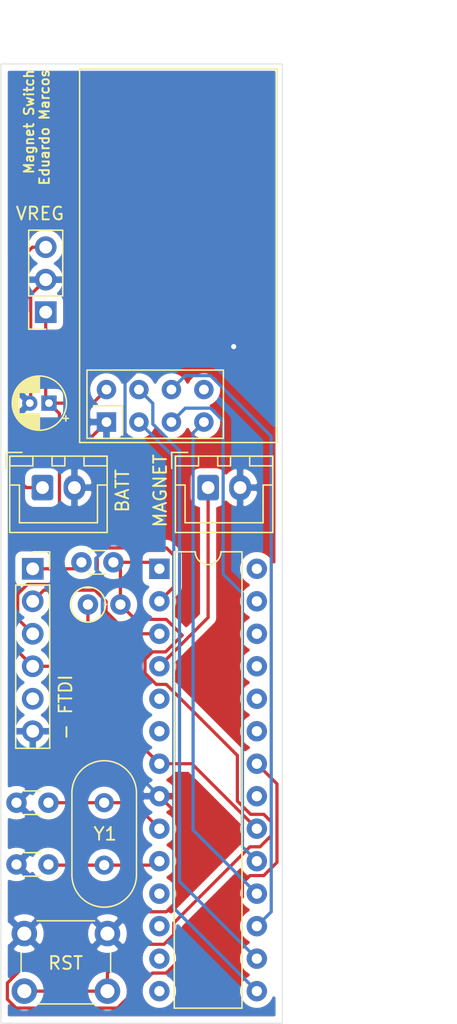
<source format=kicad_pcb>
(kicad_pcb (version 20171130) (host pcbnew 5.1.9-73d0e3b20d~88~ubuntu20.04.1)

  (general
    (thickness 1.6)
    (drawings 8)
    (tracks 136)
    (zones 0)
    (modules 13)
    (nets 31)
  )

  (page A4)
  (layers
    (0 F.Cu signal hide)
    (31 B.Cu signal hide)
    (32 B.Adhes user)
    (33 F.Adhes user)
    (34 B.Paste user)
    (35 F.Paste user)
    (36 B.SilkS user)
    (37 F.SilkS user)
    (38 B.Mask user)
    (39 F.Mask user)
    (40 Dwgs.User user)
    (41 Cmts.User user)
    (42 Eco1.User user)
    (43 Eco2.User user)
    (44 Edge.Cuts user)
    (45 Margin user)
    (46 B.CrtYd user)
    (47 F.CrtYd user)
    (48 B.Fab user hide)
    (49 F.Fab user hide)
  )

  (setup
    (last_trace_width 0.25)
    (trace_clearance 0.2)
    (zone_clearance 0.508)
    (zone_45_only no)
    (trace_min 0.2)
    (via_size 0.8)
    (via_drill 0.4)
    (via_min_size 0.4)
    (via_min_drill 0.3)
    (uvia_size 0.3)
    (uvia_drill 0.1)
    (uvias_allowed no)
    (uvia_min_size 0.2)
    (uvia_min_drill 0.1)
    (edge_width 0.05)
    (segment_width 0.2)
    (pcb_text_width 0.3)
    (pcb_text_size 1.5 1.5)
    (mod_edge_width 0.12)
    (mod_text_size 1 1)
    (mod_text_width 0.15)
    (pad_size 1.524 1.524)
    (pad_drill 0.762)
    (pad_to_mask_clearance 0)
    (aux_axis_origin 0 0)
    (visible_elements FFFFFF7F)
    (pcbplotparams
      (layerselection 0x010fc_ffffffff)
      (usegerberextensions false)
      (usegerberattributes true)
      (usegerberadvancedattributes true)
      (creategerberjobfile true)
      (excludeedgelayer true)
      (linewidth 0.100000)
      (plotframeref false)
      (viasonmask false)
      (mode 1)
      (useauxorigin false)
      (hpglpennumber 1)
      (hpglpenspeed 20)
      (hpglpendiameter 15.000000)
      (psnegative false)
      (psa4output false)
      (plotreference true)
      (plotvalue true)
      (plotinvisibletext false)
      (padsonsilk false)
      (subtractmaskfromsilk false)
      (outputformat 1)
      (mirror false)
      (drillshape 1)
      (scaleselection 1)
      (outputdirectory ""))
  )

  (net 0 "")
  (net 1 "Net-(U1-Pad5)")
  (net 2 "Net-(U1-Pad6)")
  (net 3 "Net-(U1-Pad21)")
  (net 4 "Net-(U1-Pad23)")
  (net 5 "Net-(U1-Pad24)")
  (net 6 "Net-(U1-Pad11)")
  (net 7 "Net-(U1-Pad25)")
  (net 8 "Net-(U1-Pad12)")
  (net 9 "Net-(U1-Pad26)")
  (net 10 "Net-(U1-Pad13)")
  (net 11 "Net-(U1-Pad27)")
  (net 12 "Net-(U1-Pad14)")
  (net 13 "Net-(U1-Pad28)")
  (net 14 "Net-(U3-Pad8)")
  (net 15 /RX)
  (net 16 /TX)
  (net 17 GND)
  (net 18 "Net-(C1-Pad2)")
  (net 19 "Net-(C2-Pad2)")
  (net 20 "Net-(C4-Pad1)")
  (net 21 /RST)
  (net 22 /CE)
  (net 23 /CNS)
  (net 24 /MOSI)
  (net 25 /MISO)
  (net 26 /SCK)
  (net 27 /MAGNET_IN)
  (net 28 +3V3)
  (net 29 +BATT)
  (net 30 "Net-(J3-Pad5)")

  (net_class Default "This is the default net class."
    (clearance 0.2)
    (trace_width 0.25)
    (via_dia 0.8)
    (via_drill 0.4)
    (uvia_dia 0.3)
    (uvia_drill 0.1)
    (add_net +3V3)
    (add_net +BATT)
    (add_net /CE)
    (add_net /CNS)
    (add_net /MAGNET_IN)
    (add_net /MISO)
    (add_net /MOSI)
    (add_net /RST)
    (add_net /RX)
    (add_net /SCK)
    (add_net /TX)
    (add_net GND)
    (add_net "Net-(C1-Pad2)")
    (add_net "Net-(C2-Pad2)")
    (add_net "Net-(C4-Pad1)")
    (add_net "Net-(J3-Pad5)")
    (add_net "Net-(U1-Pad11)")
    (add_net "Net-(U1-Pad12)")
    (add_net "Net-(U1-Pad13)")
    (add_net "Net-(U1-Pad14)")
    (add_net "Net-(U1-Pad21)")
    (add_net "Net-(U1-Pad23)")
    (add_net "Net-(U1-Pad24)")
    (add_net "Net-(U1-Pad25)")
    (add_net "Net-(U1-Pad26)")
    (add_net "Net-(U1-Pad27)")
    (add_net "Net-(U1-Pad28)")
    (add_net "Net-(U1-Pad5)")
    (add_net "Net-(U1-Pad6)")
    (add_net "Net-(U3-Pad8)")
  )

  (module Package_DIP:DIP-28_W7.62mm (layer F.Cu) (tedit 5A02E8C5) (tstamp 607D502D)
    (at 72.39 109.474)
    (descr "28-lead though-hole mounted DIP package, row spacing 7.62 mm (300 mils)")
    (tags "THT DIP DIL PDIP 2.54mm 7.62mm 300mil")
    (path /607CF43C)
    (fp_text reference U1 (at 3.75 6.5 -90) (layer F.SilkS) hide
      (effects (font (size 1 1) (thickness 0.15)))
    )
    (fp_text value ATmega328-PU (at 3.81 35.35) (layer F.Fab)
      (effects (font (size 1 1) (thickness 0.15)))
    )
    (fp_line (start 8.7 -1.55) (end -1.1 -1.55) (layer F.CrtYd) (width 0.05))
    (fp_line (start 8.7 34.55) (end 8.7 -1.55) (layer F.CrtYd) (width 0.05))
    (fp_line (start -1.1 34.55) (end 8.7 34.55) (layer F.CrtYd) (width 0.05))
    (fp_line (start -1.1 -1.55) (end -1.1 34.55) (layer F.CrtYd) (width 0.05))
    (fp_line (start 6.46 -1.33) (end 4.81 -1.33) (layer F.SilkS) (width 0.12))
    (fp_line (start 6.46 34.35) (end 6.46 -1.33) (layer F.SilkS) (width 0.12))
    (fp_line (start 1.16 34.35) (end 6.46 34.35) (layer F.SilkS) (width 0.12))
    (fp_line (start 1.16 -1.33) (end 1.16 34.35) (layer F.SilkS) (width 0.12))
    (fp_line (start 2.81 -1.33) (end 1.16 -1.33) (layer F.SilkS) (width 0.12))
    (fp_line (start 0.635 -0.27) (end 1.635 -1.27) (layer F.Fab) (width 0.1))
    (fp_line (start 0.635 34.29) (end 0.635 -0.27) (layer F.Fab) (width 0.1))
    (fp_line (start 6.985 34.29) (end 0.635 34.29) (layer F.Fab) (width 0.1))
    (fp_line (start 6.985 -1.27) (end 6.985 34.29) (layer F.Fab) (width 0.1))
    (fp_line (start 1.635 -1.27) (end 6.985 -1.27) (layer F.Fab) (width 0.1))
    (fp_arc (start 3.81 -1.33) (end 2.81 -1.33) (angle -180) (layer F.SilkS) (width 0.12))
    (fp_text user %R (at 3.81 16.51) (layer F.Fab)
      (effects (font (size 1 1) (thickness 0.15)))
    )
    (pad 1 thru_hole rect (at 0 0) (size 1.6 1.6) (drill 0.8) (layers *.Cu *.Mask)
      (net 21 /RST))
    (pad 15 thru_hole oval (at 7.62 33.02) (size 1.6 1.6) (drill 0.8) (layers *.Cu *.Mask)
      (net 22 /CE))
    (pad 2 thru_hole oval (at 0 2.54) (size 1.6 1.6) (drill 0.8) (layers *.Cu *.Mask)
      (net 16 /TX))
    (pad 16 thru_hole oval (at 7.62 30.48) (size 1.6 1.6) (drill 0.8) (layers *.Cu *.Mask)
      (net 23 /CNS))
    (pad 3 thru_hole oval (at 0 5.08) (size 1.6 1.6) (drill 0.8) (layers *.Cu *.Mask)
      (net 15 /RX))
    (pad 17 thru_hole oval (at 7.62 27.94) (size 1.6 1.6) (drill 0.8) (layers *.Cu *.Mask)
      (net 24 /MOSI))
    (pad 4 thru_hole oval (at 0 7.62) (size 1.6 1.6) (drill 0.8) (layers *.Cu *.Mask)
      (net 27 /MAGNET_IN))
    (pad 18 thru_hole oval (at 7.62 25.4) (size 1.6 1.6) (drill 0.8) (layers *.Cu *.Mask)
      (net 25 /MISO))
    (pad 5 thru_hole oval (at 0 10.16) (size 1.6 1.6) (drill 0.8) (layers *.Cu *.Mask)
      (net 1 "Net-(U1-Pad5)"))
    (pad 19 thru_hole oval (at 7.62 22.86) (size 1.6 1.6) (drill 0.8) (layers *.Cu *.Mask)
      (net 26 /SCK))
    (pad 6 thru_hole oval (at 0 12.7) (size 1.6 1.6) (drill 0.8) (layers *.Cu *.Mask)
      (net 2 "Net-(U1-Pad6)"))
    (pad 20 thru_hole oval (at 7.62 20.32) (size 1.6 1.6) (drill 0.8) (layers *.Cu *.Mask)
      (net 28 +3V3))
    (pad 7 thru_hole oval (at 0 15.24) (size 1.6 1.6) (drill 0.8) (layers *.Cu *.Mask)
      (net 28 +3V3))
    (pad 21 thru_hole oval (at 7.62 17.78) (size 1.6 1.6) (drill 0.8) (layers *.Cu *.Mask)
      (net 3 "Net-(U1-Pad21)"))
    (pad 8 thru_hole oval (at 0 17.78) (size 1.6 1.6) (drill 0.8) (layers *.Cu *.Mask)
      (net 17 GND))
    (pad 22 thru_hole oval (at 7.62 15.24) (size 1.6 1.6) (drill 0.8) (layers *.Cu *.Mask)
      (net 17 GND))
    (pad 9 thru_hole oval (at 0 20.32) (size 1.6 1.6) (drill 0.8) (layers *.Cu *.Mask)
      (net 18 "Net-(C1-Pad2)"))
    (pad 23 thru_hole oval (at 7.62 12.7) (size 1.6 1.6) (drill 0.8) (layers *.Cu *.Mask)
      (net 4 "Net-(U1-Pad23)"))
    (pad 10 thru_hole oval (at 0 22.86) (size 1.6 1.6) (drill 0.8) (layers *.Cu *.Mask)
      (net 19 "Net-(C2-Pad2)"))
    (pad 24 thru_hole oval (at 7.62 10.16) (size 1.6 1.6) (drill 0.8) (layers *.Cu *.Mask)
      (net 5 "Net-(U1-Pad24)"))
    (pad 11 thru_hole oval (at 0 25.4) (size 1.6 1.6) (drill 0.8) (layers *.Cu *.Mask)
      (net 6 "Net-(U1-Pad11)"))
    (pad 25 thru_hole oval (at 7.62 7.62) (size 1.6 1.6) (drill 0.8) (layers *.Cu *.Mask)
      (net 7 "Net-(U1-Pad25)"))
    (pad 12 thru_hole oval (at 0 27.94) (size 1.6 1.6) (drill 0.8) (layers *.Cu *.Mask)
      (net 8 "Net-(U1-Pad12)"))
    (pad 26 thru_hole oval (at 7.62 5.08) (size 1.6 1.6) (drill 0.8) (layers *.Cu *.Mask)
      (net 9 "Net-(U1-Pad26)"))
    (pad 13 thru_hole oval (at 0 30.48) (size 1.6 1.6) (drill 0.8) (layers *.Cu *.Mask)
      (net 10 "Net-(U1-Pad13)"))
    (pad 27 thru_hole oval (at 7.62 2.54) (size 1.6 1.6) (drill 0.8) (layers *.Cu *.Mask)
      (net 11 "Net-(U1-Pad27)"))
    (pad 14 thru_hole oval (at 0 33.02) (size 1.6 1.6) (drill 0.8) (layers *.Cu *.Mask)
      (net 12 "Net-(U1-Pad14)"))
    (pad 28 thru_hole oval (at 7.62 0) (size 1.6 1.6) (drill 0.8) (layers *.Cu *.Mask)
      (net 13 "Net-(U1-Pad28)"))
    (model ${KISYS3DMOD}/Package_DIP.3dshapes/DIP-28_W7.62mm.wrl
      (at (xyz 0 0 0))
      (scale (xyz 1 1 1))
      (rotate (xyz 0 0 0))
    )
  )

  (module Connector_PinSocket_2.54mm:PinSocket_1x03_P2.54mm_Vertical (layer F.Cu) (tedit 5A19A429) (tstamp 607C6480)
    (at 63.5 89.408 180)
    (descr "Through hole straight socket strip, 1x03, 2.54mm pitch, single row (from Kicad 4.0.7), script generated")
    (tags "Through hole socket strip THT 1x03 2.54mm single row")
    (path /607D7EBF)
    (fp_text reference VREG (at 0.45 7.708) (layer F.SilkS)
      (effects (font (size 1 1) (thickness 0.15)))
    )
    (fp_text value "WAVGAT 3.3V" (at 0 7.85) (layer F.Fab)
      (effects (font (size 1 1) (thickness 0.15)))
    )
    (fp_line (start -1.8 6.85) (end -1.8 -1.8) (layer F.CrtYd) (width 0.05))
    (fp_line (start 1.75 6.85) (end -1.8 6.85) (layer F.CrtYd) (width 0.05))
    (fp_line (start 1.75 -1.8) (end 1.75 6.85) (layer F.CrtYd) (width 0.05))
    (fp_line (start -1.8 -1.8) (end 1.75 -1.8) (layer F.CrtYd) (width 0.05))
    (fp_line (start 0 -1.33) (end 1.33 -1.33) (layer F.SilkS) (width 0.12))
    (fp_line (start 1.33 -1.33) (end 1.33 0) (layer F.SilkS) (width 0.12))
    (fp_line (start 1.33 1.27) (end 1.33 6.41) (layer F.SilkS) (width 0.12))
    (fp_line (start -1.33 6.41) (end 1.33 6.41) (layer F.SilkS) (width 0.12))
    (fp_line (start -1.33 1.27) (end -1.33 6.41) (layer F.SilkS) (width 0.12))
    (fp_line (start -1.33 1.27) (end 1.33 1.27) (layer F.SilkS) (width 0.12))
    (fp_line (start -1.27 6.35) (end -1.27 -1.27) (layer F.Fab) (width 0.1))
    (fp_line (start 1.27 6.35) (end -1.27 6.35) (layer F.Fab) (width 0.1))
    (fp_line (start 1.27 -0.635) (end 1.27 6.35) (layer F.Fab) (width 0.1))
    (fp_line (start 0.635 -1.27) (end 1.27 -0.635) (layer F.Fab) (width 0.1))
    (fp_line (start -1.27 -1.27) (end 0.635 -1.27) (layer F.Fab) (width 0.1))
    (fp_text user %R (at 0 2.54 90) (layer F.Fab)
      (effects (font (size 1 1) (thickness 0.15)))
    )
    (pad 1 thru_hole rect (at 0 0 180) (size 1.7 1.7) (drill 1) (layers *.Cu *.Mask)
      (net 28 +3V3))
    (pad 2 thru_hole oval (at 0 2.54 180) (size 1.7 1.7) (drill 1) (layers *.Cu *.Mask)
      (net 17 GND))
    (pad 3 thru_hole oval (at 0 5.08 180) (size 1.7 1.7) (drill 1) (layers *.Cu *.Mask)
      (net 29 +BATT))
    (model ${KISYS3DMOD}/Connector_PinSocket_2.54mm.3dshapes/PinSocket_1x03_P2.54mm_Vertical.wrl
      (at (xyz 0 0 0))
      (scale (xyz 1 1 1))
      (rotate (xyz 0 0 0))
    )
  )

  (module RF_Module:nRF24L01_Breakout (layer F.Cu) (tedit 5A056C61) (tstamp 607C64AA)
    (at 68.25 98 90)
    (descr "nRF24L01 breakout board")
    (tags "nRF24L01 adapter breakout")
    (path /607D1C7F)
    (fp_text reference U3 (at 5.75 3.5 180) (layer F.SilkS) hide
      (effects (font (size 1 1) (thickness 0.15)))
    )
    (fp_text value NRF24L01 (at 13 5 90) (layer F.Fab)
      (effects (font (size 1 1) (thickness 0.15)))
    )
    (fp_line (start 27.75 -2.25) (end 27.75 -2.25) (layer F.CrtYd) (width 0.05))
    (fp_line (start 27.75 13.5) (end 27.75 -2.25) (layer F.CrtYd) (width 0.05))
    (fp_line (start -1.75 13.5) (end 27.75 13.5) (layer F.CrtYd) (width 0.05))
    (fp_line (start -1.75 -2.25) (end -1.75 13.5) (layer F.CrtYd) (width 0.05))
    (fp_line (start 27.75 -2.25) (end -1.75 -2.25) (layer F.CrtYd) (width 0.05))
    (fp_line (start -1.27 -1.524) (end -1.27 -1.524) (layer F.SilkS) (width 0.12))
    (fp_line (start -1.27 9.144) (end -1.27 -1.524) (layer F.SilkS) (width 0.12))
    (fp_line (start -1.6 -2.1) (end -1.6 -2.1) (layer F.SilkS) (width 0.12))
    (fp_line (start -1.6 13.35) (end -1.6 -2.1) (layer F.SilkS) (width 0.12))
    (fp_line (start 27.6 13.35) (end -1.6 13.35) (layer F.SilkS) (width 0.12))
    (fp_line (start 27.6 -2.1) (end 27.6 13.35) (layer F.SilkS) (width 0.12))
    (fp_line (start -1.6 -2.1) (end 27.6 -2.1) (layer F.SilkS) (width 0.12))
    (fp_line (start -1.016 1.27) (end -1.016 1.27) (layer F.SilkS) (width 0.12))
    (fp_line (start 1.27 1.27) (end -1.016 1.27) (layer F.SilkS) (width 0.12))
    (fp_line (start 1.27 -1.016) (end 1.27 1.27) (layer F.SilkS) (width 0.12))
    (fp_line (start -1.27 9.144) (end -1.27 9.144) (layer F.SilkS) (width 0.12))
    (fp_line (start 4.064 9.144) (end -1.27 9.144) (layer F.SilkS) (width 0.12))
    (fp_line (start 4.064 -1.524) (end 4.064 9.144) (layer F.SilkS) (width 0.12))
    (fp_line (start -1.27 -1.524) (end 4.064 -1.524) (layer F.SilkS) (width 0.12))
    (fp_line (start -1.27 -1.27) (end -1.27 -1.27) (layer F.Fab) (width 0.1))
    (fp_line (start -1.27 8.89) (end -1.27 -1.27) (layer F.Fab) (width 0.1))
    (fp_line (start 3.81 8.89) (end -1.27 8.89) (layer F.Fab) (width 0.1))
    (fp_line (start 3.81 -1.27) (end 3.81 8.89) (layer F.Fab) (width 0.1))
    (fp_line (start -1.27 -1.27) (end 3.81 -1.27) (layer F.Fab) (width 0.1))
    (fp_line (start -1.5 -2) (end -1.5 -2) (layer F.Fab) (width 0.1))
    (fp_line (start -1.5 13.25) (end -1.5 -2) (layer F.Fab) (width 0.1))
    (fp_line (start 27.5 13.25) (end -1.5 13.25) (layer F.Fab) (width 0.1))
    (fp_line (start 27.5 -2) (end 27.5 13.25) (layer F.Fab) (width 0.1))
    (fp_line (start -1.5 -2) (end 27.5 -2) (layer F.Fab) (width 0.1))
    (fp_text user %R (at 12.5 2.5 90) (layer F.Fab)
      (effects (font (size 1 1) (thickness 0.15)))
    )
    (pad 1 thru_hole rect (at 0 0 90) (size 1.524 1.524) (drill 0.762) (layers *.Cu *.Mask)
      (net 17 GND))
    (pad 2 thru_hole circle (at 2.54 0 90) (size 1.524 1.524) (drill 0.762) (layers *.Cu *.Mask)
      (net 28 +3V3))
    (pad 3 thru_hole circle (at 0 2.54 90) (size 1.524 1.524) (drill 0.762) (layers *.Cu *.Mask)
      (net 22 /CE))
    (pad 4 thru_hole circle (at 2.54 2.54 90) (size 1.524 1.524) (drill 0.762) (layers *.Cu *.Mask)
      (net 23 /CNS))
    (pad 5 thru_hole circle (at 0 5.08 90) (size 1.524 1.524) (drill 0.762) (layers *.Cu *.Mask)
      (net 26 /SCK))
    (pad 6 thru_hole circle (at 2.54 5.08 90) (size 1.524 1.524) (drill 0.762) (layers *.Cu *.Mask)
      (net 24 /MOSI))
    (pad 7 thru_hole circle (at 0 7.62 90) (size 1.524 1.524) (drill 0.762) (layers *.Cu *.Mask)
      (net 25 /MISO))
    (pad 8 thru_hole circle (at 2.54 7.62 90) (size 1.524 1.524) (drill 0.762) (layers *.Cu *.Mask)
      (net 14 "Net-(U3-Pad8)"))
    (model ${KISYS3DMOD}/RF_Module.3dshapes/nRF24L01_Breakout.wrl
      (at (xyz 0 0 0))
      (scale (xyz 1 1 1))
      (rotate (xyz 0 0 0))
    )
  )

  (module Capacitor_THT:C_Disc_D3.0mm_W1.6mm_P2.50mm (layer F.Cu) (tedit 5AE50EF0) (tstamp 607D509B)
    (at 61.214 127.762)
    (descr "C, Disc series, Radial, pin pitch=2.50mm, , diameter*width=3.0*1.6mm^2, Capacitor, http://www.vishay.com/docs/45233/krseries.pdf")
    (tags "C Disc series Radial pin pitch 2.50mm  diameter 3.0mm width 1.6mm Capacitor")
    (path /60813482)
    (fp_text reference C1 (at 1.25 2) (layer F.SilkS) hide
      (effects (font (size 1 1) (thickness 0.15)))
    )
    (fp_text value 22pF (at 1.25 2.05) (layer F.Fab)
      (effects (font (size 1 1) (thickness 0.15)))
    )
    (fp_line (start 3.55 -1.05) (end -1.05 -1.05) (layer F.CrtYd) (width 0.05))
    (fp_line (start 3.55 1.05) (end 3.55 -1.05) (layer F.CrtYd) (width 0.05))
    (fp_line (start -1.05 1.05) (end 3.55 1.05) (layer F.CrtYd) (width 0.05))
    (fp_line (start -1.05 -1.05) (end -1.05 1.05) (layer F.CrtYd) (width 0.05))
    (fp_line (start 0.621 0.92) (end 1.879 0.92) (layer F.SilkS) (width 0.12))
    (fp_line (start 0.621 -0.92) (end 1.879 -0.92) (layer F.SilkS) (width 0.12))
    (fp_line (start 2.75 -0.8) (end -0.25 -0.8) (layer F.Fab) (width 0.1))
    (fp_line (start 2.75 0.8) (end 2.75 -0.8) (layer F.Fab) (width 0.1))
    (fp_line (start -0.25 0.8) (end 2.75 0.8) (layer F.Fab) (width 0.1))
    (fp_line (start -0.25 -0.8) (end -0.25 0.8) (layer F.Fab) (width 0.1))
    (fp_text user %R (at 1.25 0) (layer F.Fab)
      (effects (font (size 0.6 0.6) (thickness 0.09)))
    )
    (pad 1 thru_hole circle (at 0 0) (size 1.6 1.6) (drill 0.8) (layers *.Cu *.Mask)
      (net 17 GND))
    (pad 2 thru_hole circle (at 2.5 0) (size 1.6 1.6) (drill 0.8) (layers *.Cu *.Mask)
      (net 18 "Net-(C1-Pad2)"))
    (model ${KISYS3DMOD}/Capacitor_THT.3dshapes/C_Disc_D3.0mm_W1.6mm_P2.50mm.wrl
      (at (xyz 0 0 0))
      (scale (xyz 1 1 1))
      (rotate (xyz 0 0 0))
    )
  )

  (module Capacitor_THT:C_Disc_D3.0mm_W1.6mm_P2.50mm (layer F.Cu) (tedit 5AE50EF0) (tstamp 607D50CB)
    (at 61.214 132.588)
    (descr "C, Disc series, Radial, pin pitch=2.50mm, , diameter*width=3.0*1.6mm^2, Capacitor, http://www.vishay.com/docs/45233/krseries.pdf")
    (tags "C Disc series Radial pin pitch 2.50mm  diameter 3.0mm width 1.6mm Capacitor")
    (path /60813CB8)
    (fp_text reference C2 (at 1.286 2.012) (layer F.SilkS) hide
      (effects (font (size 1 1) (thickness 0.15)))
    )
    (fp_text value 22pF (at 1.25 2.05) (layer F.Fab)
      (effects (font (size 1 1) (thickness 0.15)))
    )
    (fp_line (start -0.25 -0.8) (end -0.25 0.8) (layer F.Fab) (width 0.1))
    (fp_line (start -0.25 0.8) (end 2.75 0.8) (layer F.Fab) (width 0.1))
    (fp_line (start 2.75 0.8) (end 2.75 -0.8) (layer F.Fab) (width 0.1))
    (fp_line (start 2.75 -0.8) (end -0.25 -0.8) (layer F.Fab) (width 0.1))
    (fp_line (start 0.621 -0.92) (end 1.879 -0.92) (layer F.SilkS) (width 0.12))
    (fp_line (start 0.621 0.92) (end 1.879 0.92) (layer F.SilkS) (width 0.12))
    (fp_line (start -1.05 -1.05) (end -1.05 1.05) (layer F.CrtYd) (width 0.05))
    (fp_line (start -1.05 1.05) (end 3.55 1.05) (layer F.CrtYd) (width 0.05))
    (fp_line (start 3.55 1.05) (end 3.55 -1.05) (layer F.CrtYd) (width 0.05))
    (fp_line (start 3.55 -1.05) (end -1.05 -1.05) (layer F.CrtYd) (width 0.05))
    (fp_text user %R (at 1.25 0) (layer F.Fab)
      (effects (font (size 0.6 0.6) (thickness 0.09)))
    )
    (pad 2 thru_hole circle (at 2.5 0) (size 1.6 1.6) (drill 0.8) (layers *.Cu *.Mask)
      (net 19 "Net-(C2-Pad2)"))
    (pad 1 thru_hole circle (at 0 0) (size 1.6 1.6) (drill 0.8) (layers *.Cu *.Mask)
      (net 17 GND))
    (model ${KISYS3DMOD}/Capacitor_THT.3dshapes/C_Disc_D3.0mm_W1.6mm_P2.50mm.wrl
      (at (xyz 0 0 0))
      (scale (xyz 1 1 1))
      (rotate (xyz 0 0 0))
    )
  )

  (module Crystal:Crystal_HC49-4H_Vertical (layer F.Cu) (tedit 5A1AD3B7) (tstamp 607D5131)
    (at 68.072 127.762 270)
    (descr "Crystal THT HC-49-4H http://5hertz.com/pdfs/04404_D.pdf")
    (tags "THT crystalHC-49-4H")
    (path /608128C1)
    (fp_text reference Y1 (at 2.438 -0.078 180) (layer F.SilkS)
      (effects (font (size 1 1) (thickness 0.15)))
    )
    (fp_text value 16Mhz (at 2.44 3.525 90) (layer F.Fab)
      (effects (font (size 1 1) (thickness 0.15)))
    )
    (fp_line (start 8.5 -2.8) (end -3.6 -2.8) (layer F.CrtYd) (width 0.05))
    (fp_line (start 8.5 2.8) (end 8.5 -2.8) (layer F.CrtYd) (width 0.05))
    (fp_line (start -3.6 2.8) (end 8.5 2.8) (layer F.CrtYd) (width 0.05))
    (fp_line (start -3.6 -2.8) (end -3.6 2.8) (layer F.CrtYd) (width 0.05))
    (fp_line (start -0.76 2.525) (end 5.64 2.525) (layer F.SilkS) (width 0.12))
    (fp_line (start -0.76 -2.525) (end 5.64 -2.525) (layer F.SilkS) (width 0.12))
    (fp_line (start -0.56 2) (end 5.44 2) (layer F.Fab) (width 0.1))
    (fp_line (start -0.56 -2) (end 5.44 -2) (layer F.Fab) (width 0.1))
    (fp_line (start -0.76 2.325) (end 5.64 2.325) (layer F.Fab) (width 0.1))
    (fp_line (start -0.76 -2.325) (end 5.64 -2.325) (layer F.Fab) (width 0.1))
    (fp_text user %R (at 2.44 0 90) (layer F.Fab)
      (effects (font (size 1 1) (thickness 0.15)))
    )
    (fp_arc (start -0.76 0) (end -0.76 -2.325) (angle -180) (layer F.Fab) (width 0.1))
    (fp_arc (start 5.64 0) (end 5.64 -2.325) (angle 180) (layer F.Fab) (width 0.1))
    (fp_arc (start -0.56 0) (end -0.56 -2) (angle -180) (layer F.Fab) (width 0.1))
    (fp_arc (start 5.44 0) (end 5.44 -2) (angle 180) (layer F.Fab) (width 0.1))
    (fp_arc (start -0.76 0) (end -0.76 -2.525) (angle -180) (layer F.SilkS) (width 0.12))
    (fp_arc (start 5.64 0) (end 5.64 -2.525) (angle 180) (layer F.SilkS) (width 0.12))
    (pad 1 thru_hole circle (at 0 0 270) (size 1.5 1.5) (drill 0.8) (layers *.Cu *.Mask)
      (net 18 "Net-(C1-Pad2)"))
    (pad 2 thru_hole circle (at 4.88 0 270) (size 1.5 1.5) (drill 0.8) (layers *.Cu *.Mask)
      (net 19 "Net-(C2-Pad2)"))
    (model ${KISYS3DMOD}/Crystal.3dshapes/Crystal_HC49-4H_Vertical.wrl
      (at (xyz 0 0 0))
      (scale (xyz 1 1 1))
      (rotate (xyz 0 0 0))
    )
  )

  (module Capacitor_THT:CP_Radial_D4.0mm_P1.50mm (layer F.Cu) (tedit 5AE50EF0) (tstamp 607CEB89)
    (at 63.754 96.52 180)
    (descr "CP, Radial series, Radial, pin pitch=1.50mm, , diameter=4mm, Electrolytic Capacitor")
    (tags "CP Radial series Radial pin pitch 1.50mm  diameter 4mm Electrolytic Capacitor")
    (path /6088D106)
    (fp_text reference C3 (at 0.804 3.37) (layer F.SilkS) hide
      (effects (font (size 1 1) (thickness 0.15)))
    )
    (fp_text value 10uF (at 0.75 3.25) (layer F.Fab)
      (effects (font (size 1 1) (thickness 0.15)))
    )
    (fp_circle (center 0.75 0) (end 2.75 0) (layer F.Fab) (width 0.1))
    (fp_circle (center 0.75 0) (end 2.87 0) (layer F.SilkS) (width 0.12))
    (fp_circle (center 0.75 0) (end 3 0) (layer F.CrtYd) (width 0.05))
    (fp_line (start -0.952554 -0.8675) (end -0.552554 -0.8675) (layer F.Fab) (width 0.1))
    (fp_line (start -0.752554 -1.0675) (end -0.752554 -0.6675) (layer F.Fab) (width 0.1))
    (fp_line (start 0.75 0.84) (end 0.75 2.08) (layer F.SilkS) (width 0.12))
    (fp_line (start 0.75 -2.08) (end 0.75 -0.84) (layer F.SilkS) (width 0.12))
    (fp_line (start 0.79 0.84) (end 0.79 2.08) (layer F.SilkS) (width 0.12))
    (fp_line (start 0.79 -2.08) (end 0.79 -0.84) (layer F.SilkS) (width 0.12))
    (fp_line (start 0.83 0.84) (end 0.83 2.079) (layer F.SilkS) (width 0.12))
    (fp_line (start 0.83 -2.079) (end 0.83 -0.84) (layer F.SilkS) (width 0.12))
    (fp_line (start 0.87 -2.077) (end 0.87 -0.84) (layer F.SilkS) (width 0.12))
    (fp_line (start 0.87 0.84) (end 0.87 2.077) (layer F.SilkS) (width 0.12))
    (fp_line (start 0.91 -2.074) (end 0.91 -0.84) (layer F.SilkS) (width 0.12))
    (fp_line (start 0.91 0.84) (end 0.91 2.074) (layer F.SilkS) (width 0.12))
    (fp_line (start 0.95 -2.071) (end 0.95 -0.84) (layer F.SilkS) (width 0.12))
    (fp_line (start 0.95 0.84) (end 0.95 2.071) (layer F.SilkS) (width 0.12))
    (fp_line (start 0.99 -2.067) (end 0.99 -0.84) (layer F.SilkS) (width 0.12))
    (fp_line (start 0.99 0.84) (end 0.99 2.067) (layer F.SilkS) (width 0.12))
    (fp_line (start 1.03 -2.062) (end 1.03 -0.84) (layer F.SilkS) (width 0.12))
    (fp_line (start 1.03 0.84) (end 1.03 2.062) (layer F.SilkS) (width 0.12))
    (fp_line (start 1.07 -2.056) (end 1.07 -0.84) (layer F.SilkS) (width 0.12))
    (fp_line (start 1.07 0.84) (end 1.07 2.056) (layer F.SilkS) (width 0.12))
    (fp_line (start 1.11 -2.05) (end 1.11 -0.84) (layer F.SilkS) (width 0.12))
    (fp_line (start 1.11 0.84) (end 1.11 2.05) (layer F.SilkS) (width 0.12))
    (fp_line (start 1.15 -2.042) (end 1.15 -0.84) (layer F.SilkS) (width 0.12))
    (fp_line (start 1.15 0.84) (end 1.15 2.042) (layer F.SilkS) (width 0.12))
    (fp_line (start 1.19 -2.034) (end 1.19 -0.84) (layer F.SilkS) (width 0.12))
    (fp_line (start 1.19 0.84) (end 1.19 2.034) (layer F.SilkS) (width 0.12))
    (fp_line (start 1.23 -2.025) (end 1.23 -0.84) (layer F.SilkS) (width 0.12))
    (fp_line (start 1.23 0.84) (end 1.23 2.025) (layer F.SilkS) (width 0.12))
    (fp_line (start 1.27 -2.016) (end 1.27 -0.84) (layer F.SilkS) (width 0.12))
    (fp_line (start 1.27 0.84) (end 1.27 2.016) (layer F.SilkS) (width 0.12))
    (fp_line (start 1.31 -2.005) (end 1.31 -0.84) (layer F.SilkS) (width 0.12))
    (fp_line (start 1.31 0.84) (end 1.31 2.005) (layer F.SilkS) (width 0.12))
    (fp_line (start 1.35 -1.994) (end 1.35 -0.84) (layer F.SilkS) (width 0.12))
    (fp_line (start 1.35 0.84) (end 1.35 1.994) (layer F.SilkS) (width 0.12))
    (fp_line (start 1.39 -1.982) (end 1.39 -0.84) (layer F.SilkS) (width 0.12))
    (fp_line (start 1.39 0.84) (end 1.39 1.982) (layer F.SilkS) (width 0.12))
    (fp_line (start 1.43 -1.968) (end 1.43 -0.84) (layer F.SilkS) (width 0.12))
    (fp_line (start 1.43 0.84) (end 1.43 1.968) (layer F.SilkS) (width 0.12))
    (fp_line (start 1.471 -1.954) (end 1.471 -0.84) (layer F.SilkS) (width 0.12))
    (fp_line (start 1.471 0.84) (end 1.471 1.954) (layer F.SilkS) (width 0.12))
    (fp_line (start 1.511 -1.94) (end 1.511 -0.84) (layer F.SilkS) (width 0.12))
    (fp_line (start 1.511 0.84) (end 1.511 1.94) (layer F.SilkS) (width 0.12))
    (fp_line (start 1.551 -1.924) (end 1.551 -0.84) (layer F.SilkS) (width 0.12))
    (fp_line (start 1.551 0.84) (end 1.551 1.924) (layer F.SilkS) (width 0.12))
    (fp_line (start 1.591 -1.907) (end 1.591 -0.84) (layer F.SilkS) (width 0.12))
    (fp_line (start 1.591 0.84) (end 1.591 1.907) (layer F.SilkS) (width 0.12))
    (fp_line (start 1.631 -1.889) (end 1.631 -0.84) (layer F.SilkS) (width 0.12))
    (fp_line (start 1.631 0.84) (end 1.631 1.889) (layer F.SilkS) (width 0.12))
    (fp_line (start 1.671 -1.87) (end 1.671 -0.84) (layer F.SilkS) (width 0.12))
    (fp_line (start 1.671 0.84) (end 1.671 1.87) (layer F.SilkS) (width 0.12))
    (fp_line (start 1.711 -1.851) (end 1.711 -0.84) (layer F.SilkS) (width 0.12))
    (fp_line (start 1.711 0.84) (end 1.711 1.851) (layer F.SilkS) (width 0.12))
    (fp_line (start 1.751 -1.83) (end 1.751 -0.84) (layer F.SilkS) (width 0.12))
    (fp_line (start 1.751 0.84) (end 1.751 1.83) (layer F.SilkS) (width 0.12))
    (fp_line (start 1.791 -1.808) (end 1.791 -0.84) (layer F.SilkS) (width 0.12))
    (fp_line (start 1.791 0.84) (end 1.791 1.808) (layer F.SilkS) (width 0.12))
    (fp_line (start 1.831 -1.785) (end 1.831 -0.84) (layer F.SilkS) (width 0.12))
    (fp_line (start 1.831 0.84) (end 1.831 1.785) (layer F.SilkS) (width 0.12))
    (fp_line (start 1.871 -1.76) (end 1.871 -0.84) (layer F.SilkS) (width 0.12))
    (fp_line (start 1.871 0.84) (end 1.871 1.76) (layer F.SilkS) (width 0.12))
    (fp_line (start 1.911 -1.735) (end 1.911 -0.84) (layer F.SilkS) (width 0.12))
    (fp_line (start 1.911 0.84) (end 1.911 1.735) (layer F.SilkS) (width 0.12))
    (fp_line (start 1.951 -1.708) (end 1.951 -0.84) (layer F.SilkS) (width 0.12))
    (fp_line (start 1.951 0.84) (end 1.951 1.708) (layer F.SilkS) (width 0.12))
    (fp_line (start 1.991 -1.68) (end 1.991 -0.84) (layer F.SilkS) (width 0.12))
    (fp_line (start 1.991 0.84) (end 1.991 1.68) (layer F.SilkS) (width 0.12))
    (fp_line (start 2.031 -1.65) (end 2.031 -0.84) (layer F.SilkS) (width 0.12))
    (fp_line (start 2.031 0.84) (end 2.031 1.65) (layer F.SilkS) (width 0.12))
    (fp_line (start 2.071 -1.619) (end 2.071 -0.84) (layer F.SilkS) (width 0.12))
    (fp_line (start 2.071 0.84) (end 2.071 1.619) (layer F.SilkS) (width 0.12))
    (fp_line (start 2.111 -1.587) (end 2.111 -0.84) (layer F.SilkS) (width 0.12))
    (fp_line (start 2.111 0.84) (end 2.111 1.587) (layer F.SilkS) (width 0.12))
    (fp_line (start 2.151 -1.552) (end 2.151 -0.84) (layer F.SilkS) (width 0.12))
    (fp_line (start 2.151 0.84) (end 2.151 1.552) (layer F.SilkS) (width 0.12))
    (fp_line (start 2.191 -1.516) (end 2.191 -0.84) (layer F.SilkS) (width 0.12))
    (fp_line (start 2.191 0.84) (end 2.191 1.516) (layer F.SilkS) (width 0.12))
    (fp_line (start 2.231 -1.478) (end 2.231 -0.84) (layer F.SilkS) (width 0.12))
    (fp_line (start 2.231 0.84) (end 2.231 1.478) (layer F.SilkS) (width 0.12))
    (fp_line (start 2.271 -1.438) (end 2.271 -0.84) (layer F.SilkS) (width 0.12))
    (fp_line (start 2.271 0.84) (end 2.271 1.438) (layer F.SilkS) (width 0.12))
    (fp_line (start 2.311 -1.396) (end 2.311 -0.84) (layer F.SilkS) (width 0.12))
    (fp_line (start 2.311 0.84) (end 2.311 1.396) (layer F.SilkS) (width 0.12))
    (fp_line (start 2.351 -1.351) (end 2.351 1.351) (layer F.SilkS) (width 0.12))
    (fp_line (start 2.391 -1.304) (end 2.391 1.304) (layer F.SilkS) (width 0.12))
    (fp_line (start 2.431 -1.254) (end 2.431 1.254) (layer F.SilkS) (width 0.12))
    (fp_line (start 2.471 -1.2) (end 2.471 1.2) (layer F.SilkS) (width 0.12))
    (fp_line (start 2.511 -1.142) (end 2.511 1.142) (layer F.SilkS) (width 0.12))
    (fp_line (start 2.551 -1.08) (end 2.551 1.08) (layer F.SilkS) (width 0.12))
    (fp_line (start 2.591 -1.013) (end 2.591 1.013) (layer F.SilkS) (width 0.12))
    (fp_line (start 2.631 -0.94) (end 2.631 0.94) (layer F.SilkS) (width 0.12))
    (fp_line (start 2.671 -0.859) (end 2.671 0.859) (layer F.SilkS) (width 0.12))
    (fp_line (start 2.711 -0.768) (end 2.711 0.768) (layer F.SilkS) (width 0.12))
    (fp_line (start 2.751 -0.664) (end 2.751 0.664) (layer F.SilkS) (width 0.12))
    (fp_line (start 2.791 -0.537) (end 2.791 0.537) (layer F.SilkS) (width 0.12))
    (fp_line (start 2.831 -0.37) (end 2.831 0.37) (layer F.SilkS) (width 0.12))
    (fp_line (start -1.519801 -1.195) (end -1.119801 -1.195) (layer F.SilkS) (width 0.12))
    (fp_line (start -1.319801 -1.395) (end -1.319801 -0.995) (layer F.SilkS) (width 0.12))
    (fp_text user %R (at 0.75 0) (layer F.Fab)
      (effects (font (size 0.8 0.8) (thickness 0.12)))
    )
    (pad 1 thru_hole rect (at 0 0 180) (size 1.2 1.2) (drill 0.6) (layers *.Cu *.Mask)
      (net 28 +3V3))
    (pad 2 thru_hole circle (at 1.5 0 180) (size 1.2 1.2) (drill 0.6) (layers *.Cu *.Mask)
      (net 17 GND))
    (model ${KISYS3DMOD}/Capacitor_THT.3dshapes/CP_Radial_D4.0mm_P1.50mm.wrl
      (at (xyz 0 0 0))
      (scale (xyz 1 1 1))
      (rotate (xyz 0 0 0))
    )
  )

  (module Capacitor_THT:C_Disc_D3.0mm_W1.6mm_P2.50mm (layer F.Cu) (tedit 5AE50EF0) (tstamp 607D50FB)
    (at 66.294 108.966)
    (descr "C, Disc series, Radial, pin pitch=2.50mm, , diameter*width=3.0*1.6mm^2, Capacitor, http://www.vishay.com/docs/45233/krseries.pdf")
    (tags "C Disc series Radial pin pitch 2.50mm  diameter 3.0mm width 1.6mm Capacitor")
    (path /6083EBE8)
    (fp_text reference C4 (at 3.356 -1.766) (layer F.SilkS) hide
      (effects (font (size 1 1) (thickness 0.15)))
    )
    (fp_text value "100 nF" (at 1.25 2.05) (layer F.Fab)
      (effects (font (size 1 1) (thickness 0.15)))
    )
    (fp_line (start -0.25 -0.8) (end -0.25 0.8) (layer F.Fab) (width 0.1))
    (fp_line (start -0.25 0.8) (end 2.75 0.8) (layer F.Fab) (width 0.1))
    (fp_line (start 2.75 0.8) (end 2.75 -0.8) (layer F.Fab) (width 0.1))
    (fp_line (start 2.75 -0.8) (end -0.25 -0.8) (layer F.Fab) (width 0.1))
    (fp_line (start 0.621 -0.92) (end 1.879 -0.92) (layer F.SilkS) (width 0.12))
    (fp_line (start 0.621 0.92) (end 1.879 0.92) (layer F.SilkS) (width 0.12))
    (fp_line (start -1.05 -1.05) (end -1.05 1.05) (layer F.CrtYd) (width 0.05))
    (fp_line (start -1.05 1.05) (end 3.55 1.05) (layer F.CrtYd) (width 0.05))
    (fp_line (start 3.55 1.05) (end 3.55 -1.05) (layer F.CrtYd) (width 0.05))
    (fp_line (start 3.55 -1.05) (end -1.05 -1.05) (layer F.CrtYd) (width 0.05))
    (fp_text user %R (at 1.25 0) (layer F.Fab)
      (effects (font (size 0.6 0.6) (thickness 0.09)))
    )
    (pad 1 thru_hole circle (at 0 0) (size 1.6 1.6) (drill 0.8) (layers *.Cu *.Mask)
      (net 20 "Net-(C4-Pad1)"))
    (pad 2 thru_hole circle (at 2.5 0) (size 1.6 1.6) (drill 0.8) (layers *.Cu *.Mask)
      (net 21 /RST))
    (model ${KISYS3DMOD}/Capacitor_THT.3dshapes/C_Disc_D3.0mm_W1.6mm_P2.50mm.wrl
      (at (xyz 0 0 0))
      (scale (xyz 1 1 1))
      (rotate (xyz 0 0 0))
    )
  )

  (module Button_Switch_THT:SW_PUSH_6mm (layer F.Cu) (tedit 5A02FE31) (tstamp 607D4F77)
    (at 68.326 142.494 180)
    (descr https://www.omron.com/ecb/products/pdf/en-b3f.pdf)
    (tags "tact sw push 6mm")
    (path /608890B3)
    (fp_text reference RST (at 3.276 2.194) (layer F.SilkS)
      (effects (font (size 1 1) (thickness 0.15)))
    )
    (fp_text value SW_Push (at 3.75 6.7) (layer F.Fab)
      (effects (font (size 1 1) (thickness 0.15)))
    )
    (fp_line (start 3.25 -0.75) (end 6.25 -0.75) (layer F.Fab) (width 0.1))
    (fp_line (start 6.25 -0.75) (end 6.25 5.25) (layer F.Fab) (width 0.1))
    (fp_line (start 6.25 5.25) (end 0.25 5.25) (layer F.Fab) (width 0.1))
    (fp_line (start 0.25 5.25) (end 0.25 -0.75) (layer F.Fab) (width 0.1))
    (fp_line (start 0.25 -0.75) (end 3.25 -0.75) (layer F.Fab) (width 0.1))
    (fp_line (start 7.75 6) (end 8 6) (layer F.CrtYd) (width 0.05))
    (fp_line (start 8 6) (end 8 5.75) (layer F.CrtYd) (width 0.05))
    (fp_line (start 7.75 -1.5) (end 8 -1.5) (layer F.CrtYd) (width 0.05))
    (fp_line (start 8 -1.5) (end 8 -1.25) (layer F.CrtYd) (width 0.05))
    (fp_line (start -1.5 -1.25) (end -1.5 -1.5) (layer F.CrtYd) (width 0.05))
    (fp_line (start -1.5 -1.5) (end -1.25 -1.5) (layer F.CrtYd) (width 0.05))
    (fp_line (start -1.5 5.75) (end -1.5 6) (layer F.CrtYd) (width 0.05))
    (fp_line (start -1.5 6) (end -1.25 6) (layer F.CrtYd) (width 0.05))
    (fp_line (start -1.25 -1.5) (end 7.75 -1.5) (layer F.CrtYd) (width 0.05))
    (fp_line (start -1.5 5.75) (end -1.5 -1.25) (layer F.CrtYd) (width 0.05))
    (fp_line (start 7.75 6) (end -1.25 6) (layer F.CrtYd) (width 0.05))
    (fp_line (start 8 -1.25) (end 8 5.75) (layer F.CrtYd) (width 0.05))
    (fp_line (start 1 5.5) (end 5.5 5.5) (layer F.SilkS) (width 0.12))
    (fp_line (start -0.25 1.5) (end -0.25 3) (layer F.SilkS) (width 0.12))
    (fp_line (start 5.5 -1) (end 1 -1) (layer F.SilkS) (width 0.12))
    (fp_line (start 6.75 3) (end 6.75 1.5) (layer F.SilkS) (width 0.12))
    (fp_circle (center 3.25 2.25) (end 1.25 2.5) (layer F.Fab) (width 0.1))
    (fp_text user %R (at 3.25 2.25) (layer F.Fab)
      (effects (font (size 1 1) (thickness 0.15)))
    )
    (pad 2 thru_hole circle (at 0 4.5 270) (size 2 2) (drill 1.1) (layers *.Cu *.Mask)
      (net 17 GND))
    (pad 1 thru_hole circle (at 0 0 270) (size 2 2) (drill 1.1) (layers *.Cu *.Mask)
      (net 21 /RST))
    (pad 2 thru_hole circle (at 6.5 4.5 270) (size 2 2) (drill 1.1) (layers *.Cu *.Mask)
      (net 17 GND))
    (pad 1 thru_hole circle (at 6.5 0 270) (size 2 2) (drill 1.1) (layers *.Cu *.Mask)
      (net 21 /RST))
    (model ${KISYS3DMOD}/Button_Switch_THT.3dshapes/SW_PUSH_6mm.wrl
      (at (xyz 0 0 0))
      (scale (xyz 1 1 1))
      (rotate (xyz 0 0 0))
    )
  )

  (module Connector_JST:JST_XH_B2B-XH-A_1x02_P2.50mm_Vertical (layer F.Cu) (tedit 5C28146C) (tstamp 607D313C)
    (at 63.246 103.124)
    (descr "JST XH series connector, B2B-XH-A (http://www.jst-mfg.com/product/pdf/eng/eXH.pdf), generated with kicad-footprint-generator")
    (tags "connector JST XH vertical")
    (path /608D83D1)
    (fp_text reference BATT (at 6.25 0.25 -90) (layer F.SilkS)
      (effects (font (size 1 1) (thickness 0.15)))
    )
    (fp_text value "Battery Connection" (at 1.25 4.6) (layer F.Fab)
      (effects (font (size 1 1) (thickness 0.15)))
    )
    (fp_line (start -2.85 -2.75) (end -2.85 -1.5) (layer F.SilkS) (width 0.12))
    (fp_line (start -1.6 -2.75) (end -2.85 -2.75) (layer F.SilkS) (width 0.12))
    (fp_line (start 4.3 2.75) (end 1.25 2.75) (layer F.SilkS) (width 0.12))
    (fp_line (start 4.3 -0.2) (end 4.3 2.75) (layer F.SilkS) (width 0.12))
    (fp_line (start 5.05 -0.2) (end 4.3 -0.2) (layer F.SilkS) (width 0.12))
    (fp_line (start -1.8 2.75) (end 1.25 2.75) (layer F.SilkS) (width 0.12))
    (fp_line (start -1.8 -0.2) (end -1.8 2.75) (layer F.SilkS) (width 0.12))
    (fp_line (start -2.55 -0.2) (end -1.8 -0.2) (layer F.SilkS) (width 0.12))
    (fp_line (start 5.05 -2.45) (end 3.25 -2.45) (layer F.SilkS) (width 0.12))
    (fp_line (start 5.05 -1.7) (end 5.05 -2.45) (layer F.SilkS) (width 0.12))
    (fp_line (start 3.25 -1.7) (end 5.05 -1.7) (layer F.SilkS) (width 0.12))
    (fp_line (start 3.25 -2.45) (end 3.25 -1.7) (layer F.SilkS) (width 0.12))
    (fp_line (start -0.75 -2.45) (end -2.55 -2.45) (layer F.SilkS) (width 0.12))
    (fp_line (start -0.75 -1.7) (end -0.75 -2.45) (layer F.SilkS) (width 0.12))
    (fp_line (start -2.55 -1.7) (end -0.75 -1.7) (layer F.SilkS) (width 0.12))
    (fp_line (start -2.55 -2.45) (end -2.55 -1.7) (layer F.SilkS) (width 0.12))
    (fp_line (start 1.75 -2.45) (end 0.75 -2.45) (layer F.SilkS) (width 0.12))
    (fp_line (start 1.75 -1.7) (end 1.75 -2.45) (layer F.SilkS) (width 0.12))
    (fp_line (start 0.75 -1.7) (end 1.75 -1.7) (layer F.SilkS) (width 0.12))
    (fp_line (start 0.75 -2.45) (end 0.75 -1.7) (layer F.SilkS) (width 0.12))
    (fp_line (start 0 -1.35) (end 0.625 -2.35) (layer F.Fab) (width 0.1))
    (fp_line (start -0.625 -2.35) (end 0 -1.35) (layer F.Fab) (width 0.1))
    (fp_line (start 5.45 -2.85) (end -2.95 -2.85) (layer F.CrtYd) (width 0.05))
    (fp_line (start 5.45 3.9) (end 5.45 -2.85) (layer F.CrtYd) (width 0.05))
    (fp_line (start -2.95 3.9) (end 5.45 3.9) (layer F.CrtYd) (width 0.05))
    (fp_line (start -2.95 -2.85) (end -2.95 3.9) (layer F.CrtYd) (width 0.05))
    (fp_line (start 5.06 -2.46) (end -2.56 -2.46) (layer F.SilkS) (width 0.12))
    (fp_line (start 5.06 3.51) (end 5.06 -2.46) (layer F.SilkS) (width 0.12))
    (fp_line (start -2.56 3.51) (end 5.06 3.51) (layer F.SilkS) (width 0.12))
    (fp_line (start -2.56 -2.46) (end -2.56 3.51) (layer F.SilkS) (width 0.12))
    (fp_line (start 4.95 -2.35) (end -2.45 -2.35) (layer F.Fab) (width 0.1))
    (fp_line (start 4.95 3.4) (end 4.95 -2.35) (layer F.Fab) (width 0.1))
    (fp_line (start -2.45 3.4) (end 4.95 3.4) (layer F.Fab) (width 0.1))
    (fp_line (start -2.45 -2.35) (end -2.45 3.4) (layer F.Fab) (width 0.1))
    (fp_text user %R (at 1.25 2.7) (layer F.Fab)
      (effects (font (size 1 1) (thickness 0.15)))
    )
    (pad 1 thru_hole roundrect (at 0 0) (size 1.7 2) (drill 1) (layers *.Cu *.Mask) (roundrect_rratio 0.147059)
      (net 29 +BATT))
    (pad 2 thru_hole oval (at 2.5 0) (size 1.7 2) (drill 1) (layers *.Cu *.Mask)
      (net 17 GND))
    (model ${KISYS3DMOD}/Connector_JST.3dshapes/JST_XH_B2B-XH-A_1x02_P2.50mm_Vertical.wrl
      (at (xyz 0 0 0))
      (scale (xyz 1 1 1))
      (rotate (xyz 0 0 0))
    )
  )

  (module Connector_JST:JST_XH_B2B-XH-A_1x02_P2.50mm_Vertical (layer F.Cu) (tedit 5C28146C) (tstamp 607CF94E)
    (at 76.2 103.124)
    (descr "JST XH series connector, B2B-XH-A (http://www.jst-mfg.com/product/pdf/eng/eXH.pdf), generated with kicad-footprint-generator")
    (tags "connector JST XH vertical")
    (path /608DA8AF)
    (fp_text reference MAGNET (at -3.75 0.25 90) (layer F.SilkS)
      (effects (font (size 1 1) (thickness 0.15)))
    )
    (fp_text value "Magnet Switch" (at 1.25 4.6) (layer F.Fab)
      (effects (font (size 1 1) (thickness 0.15)))
    )
    (fp_text user %R (at 1.25 2.7) (layer F.Fab)
      (effects (font (size 1 1) (thickness 0.15)))
    )
    (fp_line (start -2.45 -2.35) (end -2.45 3.4) (layer F.Fab) (width 0.1))
    (fp_line (start -2.45 3.4) (end 4.95 3.4) (layer F.Fab) (width 0.1))
    (fp_line (start 4.95 3.4) (end 4.95 -2.35) (layer F.Fab) (width 0.1))
    (fp_line (start 4.95 -2.35) (end -2.45 -2.35) (layer F.Fab) (width 0.1))
    (fp_line (start -2.56 -2.46) (end -2.56 3.51) (layer F.SilkS) (width 0.12))
    (fp_line (start -2.56 3.51) (end 5.06 3.51) (layer F.SilkS) (width 0.12))
    (fp_line (start 5.06 3.51) (end 5.06 -2.46) (layer F.SilkS) (width 0.12))
    (fp_line (start 5.06 -2.46) (end -2.56 -2.46) (layer F.SilkS) (width 0.12))
    (fp_line (start -2.95 -2.85) (end -2.95 3.9) (layer F.CrtYd) (width 0.05))
    (fp_line (start -2.95 3.9) (end 5.45 3.9) (layer F.CrtYd) (width 0.05))
    (fp_line (start 5.45 3.9) (end 5.45 -2.85) (layer F.CrtYd) (width 0.05))
    (fp_line (start 5.45 -2.85) (end -2.95 -2.85) (layer F.CrtYd) (width 0.05))
    (fp_line (start -0.625 -2.35) (end 0 -1.35) (layer F.Fab) (width 0.1))
    (fp_line (start 0 -1.35) (end 0.625 -2.35) (layer F.Fab) (width 0.1))
    (fp_line (start 0.75 -2.45) (end 0.75 -1.7) (layer F.SilkS) (width 0.12))
    (fp_line (start 0.75 -1.7) (end 1.75 -1.7) (layer F.SilkS) (width 0.12))
    (fp_line (start 1.75 -1.7) (end 1.75 -2.45) (layer F.SilkS) (width 0.12))
    (fp_line (start 1.75 -2.45) (end 0.75 -2.45) (layer F.SilkS) (width 0.12))
    (fp_line (start -2.55 -2.45) (end -2.55 -1.7) (layer F.SilkS) (width 0.12))
    (fp_line (start -2.55 -1.7) (end -0.75 -1.7) (layer F.SilkS) (width 0.12))
    (fp_line (start -0.75 -1.7) (end -0.75 -2.45) (layer F.SilkS) (width 0.12))
    (fp_line (start -0.75 -2.45) (end -2.55 -2.45) (layer F.SilkS) (width 0.12))
    (fp_line (start 3.25 -2.45) (end 3.25 -1.7) (layer F.SilkS) (width 0.12))
    (fp_line (start 3.25 -1.7) (end 5.05 -1.7) (layer F.SilkS) (width 0.12))
    (fp_line (start 5.05 -1.7) (end 5.05 -2.45) (layer F.SilkS) (width 0.12))
    (fp_line (start 5.05 -2.45) (end 3.25 -2.45) (layer F.SilkS) (width 0.12))
    (fp_line (start -2.55 -0.2) (end -1.8 -0.2) (layer F.SilkS) (width 0.12))
    (fp_line (start -1.8 -0.2) (end -1.8 2.75) (layer F.SilkS) (width 0.12))
    (fp_line (start -1.8 2.75) (end 1.25 2.75) (layer F.SilkS) (width 0.12))
    (fp_line (start 5.05 -0.2) (end 4.3 -0.2) (layer F.SilkS) (width 0.12))
    (fp_line (start 4.3 -0.2) (end 4.3 2.75) (layer F.SilkS) (width 0.12))
    (fp_line (start 4.3 2.75) (end 1.25 2.75) (layer F.SilkS) (width 0.12))
    (fp_line (start -1.6 -2.75) (end -2.85 -2.75) (layer F.SilkS) (width 0.12))
    (fp_line (start -2.85 -2.75) (end -2.85 -1.5) (layer F.SilkS) (width 0.12))
    (pad 2 thru_hole oval (at 2.5 0) (size 1.7 2) (drill 1) (layers *.Cu *.Mask)
      (net 17 GND))
    (pad 1 thru_hole roundrect (at 0 0) (size 1.7 2) (drill 1) (layers *.Cu *.Mask) (roundrect_rratio 0.147059)
      (net 27 /MAGNET_IN))
    (model ${KISYS3DMOD}/Connector_JST.3dshapes/JST_XH_B2B-XH-A_1x02_P2.50mm_Vertical.wrl
      (at (xyz 0 0 0))
      (scale (xyz 1 1 1))
      (rotate (xyz 0 0 0))
    )
  )

  (module Connector_PinSocket_2.54mm:PinSocket_1x06_P2.54mm_Vertical (layer F.Cu) (tedit 5A19A430) (tstamp 607D4FCC)
    (at 62.484 109.474)
    (descr "Through hole straight socket strip, 1x06, 2.54mm pitch, single row (from Kicad 4.0.7), script generated")
    (tags "Through hole socket strip THT 1x06 2.54mm single row")
    (path /608DBD8E)
    (fp_text reference "- FTDI" (at 2.566 10.826 90) (layer F.SilkS)
      (effects (font (size 1 1) (thickness 0.15)))
    )
    (fp_text value FTDI (at 0 15.47) (layer F.Fab)
      (effects (font (size 1 1) (thickness 0.15)))
    )
    (fp_line (start -1.8 14.45) (end -1.8 -1.8) (layer F.CrtYd) (width 0.05))
    (fp_line (start 1.75 14.45) (end -1.8 14.45) (layer F.CrtYd) (width 0.05))
    (fp_line (start 1.75 -1.8) (end 1.75 14.45) (layer F.CrtYd) (width 0.05))
    (fp_line (start -1.8 -1.8) (end 1.75 -1.8) (layer F.CrtYd) (width 0.05))
    (fp_line (start 0 -1.33) (end 1.33 -1.33) (layer F.SilkS) (width 0.12))
    (fp_line (start 1.33 -1.33) (end 1.33 0) (layer F.SilkS) (width 0.12))
    (fp_line (start 1.33 1.27) (end 1.33 14.03) (layer F.SilkS) (width 0.12))
    (fp_line (start -1.33 14.03) (end 1.33 14.03) (layer F.SilkS) (width 0.12))
    (fp_line (start -1.33 1.27) (end -1.33 14.03) (layer F.SilkS) (width 0.12))
    (fp_line (start -1.33 1.27) (end 1.33 1.27) (layer F.SilkS) (width 0.12))
    (fp_line (start -1.27 13.97) (end -1.27 -1.27) (layer F.Fab) (width 0.1))
    (fp_line (start 1.27 13.97) (end -1.27 13.97) (layer F.Fab) (width 0.1))
    (fp_line (start 1.27 -0.635) (end 1.27 13.97) (layer F.Fab) (width 0.1))
    (fp_line (start 0.635 -1.27) (end 1.27 -0.635) (layer F.Fab) (width 0.1))
    (fp_line (start -1.27 -1.27) (end 0.635 -1.27) (layer F.Fab) (width 0.1))
    (fp_text user %R (at 0 6.35 90) (layer F.Fab)
      (effects (font (size 1 1) (thickness 0.15)))
    )
    (pad 1 thru_hole rect (at 0 0) (size 1.7 1.7) (drill 1) (layers *.Cu *.Mask)
      (net 20 "Net-(C4-Pad1)"))
    (pad 2 thru_hole oval (at 0 2.54) (size 1.7 1.7) (drill 1) (layers *.Cu *.Mask)
      (net 15 /RX))
    (pad 3 thru_hole oval (at 0 5.08) (size 1.7 1.7) (drill 1) (layers *.Cu *.Mask)
      (net 16 /TX))
    (pad 4 thru_hole oval (at 0 7.62) (size 1.7 1.7) (drill 1) (layers *.Cu *.Mask)
      (net 28 +3V3))
    (pad 5 thru_hole oval (at 0 10.16) (size 1.7 1.7) (drill 1) (layers *.Cu *.Mask)
      (net 30 "Net-(J3-Pad5)"))
    (pad 6 thru_hole oval (at 0 12.7) (size 1.7 1.7) (drill 1) (layers *.Cu *.Mask)
      (net 17 GND))
    (model ${KISYS3DMOD}/Connector_PinSocket_2.54mm.3dshapes/PinSocket_1x06_P2.54mm_Vertical.wrl
      (at (xyz 0 0 0))
      (scale (xyz 1 1 1))
      (rotate (xyz 0 0 0))
    )
  )

  (module Resistor_THT:R_Axial_DIN0207_L6.3mm_D2.5mm_P2.54mm_Vertical (layer F.Cu) (tedit 5AE5139B) (tstamp 607D4F34)
    (at 66.802 112.268)
    (descr "Resistor, Axial_DIN0207 series, Axial, Vertical, pin pitch=2.54mm, 0.25W = 1/4W, length*diameter=6.3*2.5mm^2, http://cdn-reichelt.de/documents/datenblatt/B400/1_4W%23YAG.pdf")
    (tags "Resistor Axial_DIN0207 series Axial Vertical pin pitch 2.54mm 0.25W = 1/4W length 6.3mm diameter 2.5mm")
    (path /6083D47A)
    (fp_text reference R1 (at 2.198 2.732) (layer F.SilkS) hide
      (effects (font (size 1 1) (thickness 0.15)))
    )
    (fp_text value 10K (at 1.27 2.37) (layer F.Fab)
      (effects (font (size 1 1) (thickness 0.15)))
    )
    (fp_line (start 3.59 -1.5) (end -1.5 -1.5) (layer F.CrtYd) (width 0.05))
    (fp_line (start 3.59 1.5) (end 3.59 -1.5) (layer F.CrtYd) (width 0.05))
    (fp_line (start -1.5 1.5) (end 3.59 1.5) (layer F.CrtYd) (width 0.05))
    (fp_line (start -1.5 -1.5) (end -1.5 1.5) (layer F.CrtYd) (width 0.05))
    (fp_line (start 1.37 0) (end 1.44 0) (layer F.SilkS) (width 0.12))
    (fp_line (start 0 0) (end 2.54 0) (layer F.Fab) (width 0.1))
    (fp_circle (center 0 0) (end 1.37 0) (layer F.SilkS) (width 0.12))
    (fp_circle (center 0 0) (end 1.25 0) (layer F.Fab) (width 0.1))
    (fp_text user %R (at 1.27 -2.37) (layer F.Fab)
      (effects (font (size 1 1) (thickness 0.15)))
    )
    (pad 1 thru_hole circle (at 0 0) (size 1.6 1.6) (drill 0.8) (layers *.Cu *.Mask)
      (net 28 +3V3))
    (pad 2 thru_hole oval (at 2.54 0) (size 1.6 1.6) (drill 0.8) (layers *.Cu *.Mask)
      (net 21 /RST))
    (model ${KISYS3DMOD}/Resistor_THT.3dshapes/R_Axial_DIN0207_L6.3mm_D2.5mm_P2.54mm_Vertical.wrl
      (at (xyz 0 0 0))
      (scale (xyz 1 1 1))
      (rotate (xyz 0 0 0))
    )
  )

  (gr_text "Magnet Switch\nEduardo Marcos" (at 62.8 70.35 90) (layer F.SilkS)
    (effects (font (size 0.75 0.75) (thickness 0.15)) (justify right))
  )
  (dimension 29.5 (width 0.15) (layer Dwgs.User)
    (gr_text "29,500 mm" (at 94.3 85 90) (layer Dwgs.User)
      (effects (font (size 1 1) (thickness 0.15)))
    )
    (feature1 (pts (xy 81.5 70.25) (xy 93.586421 70.25)))
    (feature2 (pts (xy 81.5 99.75) (xy 93.586421 99.75)))
    (crossbar (pts (xy 93 99.75) (xy 93 70.25)))
    (arrow1a (pts (xy 93 70.25) (xy 93.586421 71.376504)))
    (arrow1b (pts (xy 93 70.25) (xy 92.413579 71.376504)))
    (arrow2a (pts (xy 93 99.75) (xy 93.586421 98.623496)))
    (arrow2b (pts (xy 93 99.75) (xy 92.413579 98.623496)))
  )
  (gr_line (start 60 70) (end 82 70) (layer Edge.Cuts) (width 0.05) (tstamp 607C6C34))
  (gr_line (start 60 145) (end 60 70) (layer Edge.Cuts) (width 0.05) (tstamp 607D4F54))
  (gr_line (start 82 145) (end 60 145) (layer Edge.Cuts) (width 0.05) (tstamp 607D4F51))
  (gr_line (start 82 70) (end 82 145) (layer Edge.Cuts) (width 0.05) (tstamp 607D4F57))
  (dimension 75 (width 0.15) (layer Dwgs.User)
    (gr_text "75,000 mm" (at 88.3 107.5 270) (layer Dwgs.User)
      (effects (font (size 1 1) (thickness 0.15)))
    )
    (feature1 (pts (xy 82 145) (xy 87.586421 145)))
    (feature2 (pts (xy 82 70) (xy 87.586421 70)))
    (crossbar (pts (xy 87 70) (xy 87 145)))
    (arrow1a (pts (xy 87 145) (xy 86.413579 143.873496)))
    (arrow1b (pts (xy 87 145) (xy 87.586421 143.873496)))
    (arrow2a (pts (xy 87 70) (xy 86.413579 71.126504)))
    (arrow2b (pts (xy 87 70) (xy 87.586421 71.126504)))
  )
  (dimension 22 (width 0.15) (layer Dwgs.User)
    (gr_text "22,000 mm" (at 71 65.7) (layer Dwgs.User)
      (effects (font (size 1 1) (thickness 0.15)))
    )
    (feature1 (pts (xy 82 70) (xy 82 66.413579)))
    (feature2 (pts (xy 60 70) (xy 60 66.413579)))
    (crossbar (pts (xy 60 67) (xy 82 67)))
    (arrow1a (pts (xy 82 67) (xy 80.873496 67.586421)))
    (arrow1b (pts (xy 82 67) (xy 80.873496 66.413579)))
    (arrow2a (pts (xy 60 67) (xy 61.126504 67.586421)))
    (arrow2b (pts (xy 60 67) (xy 61.126504 66.413579)))
  )

  (segment (start 68.216999 112.808001) (end 69.962998 114.554) (width 0.25) (layer F.Cu) (net 15))
  (segment (start 69.962998 114.554) (end 72.39 114.554) (width 0.25) (layer F.Cu) (net 15))
  (segment (start 68.216999 112.017997) (end 68.216999 112.808001) (width 0.25) (layer F.Cu) (net 15))
  (segment (start 67.342001 111.142999) (end 68.216999 112.017997) (width 0.25) (layer F.Cu) (net 15))
  (segment (start 63.355001 111.142999) (end 67.342001 111.142999) (width 0.25) (layer F.Cu) (net 15))
  (segment (start 62.484 112.014) (end 63.355001 111.142999) (width 0.25) (layer F.Cu) (net 15))
  (segment (start 73.515001 110.888999) (end 72.39 112.014) (width 0.25) (layer F.Cu) (net 16))
  (segment (start 72.942001 107.840999) (end 73.515001 108.413999) (width 0.25) (layer F.Cu) (net 16))
  (segment (start 68.253999 107.840999) (end 72.942001 107.840999) (width 0.25) (layer F.Cu) (net 16))
  (segment (start 73.515001 108.413999) (end 73.515001 110.888999) (width 0.25) (layer F.Cu) (net 16))
  (segment (start 67.528402 108.566596) (end 68.253999 107.840999) (width 0.25) (layer F.Cu) (net 16))
  (segment (start 67.528402 110.69299) (end 67.528402 108.566596) (width 0.25) (layer F.Cu) (net 16))
  (segment (start 62.066008 110.69299) (end 67.528402 110.69299) (width 0.25) (layer F.Cu) (net 16))
  (segment (start 61.308999 111.449999) (end 62.066008 110.69299) (width 0.25) (layer F.Cu) (net 16))
  (segment (start 61.308999 113.378999) (end 61.308999 111.449999) (width 0.25) (layer F.Cu) (net 16))
  (segment (start 62.484 114.554) (end 61.308999 113.378999) (width 0.25) (layer F.Cu) (net 16))
  (segment (start 62.324999 96.449001) (end 62.254 96.52) (width 0.25) (layer F.Cu) (net 17))
  (segment (start 62.324999 88.043001) (end 62.324999 96.449001) (width 0.25) (layer F.Cu) (net 17))
  (segment (start 63.5 86.868) (end 62.324999 88.043001) (width 0.25) (layer F.Cu) (net 17))
  (segment (start 65.746 100.504) (end 68.25 98) (width 0.25) (layer F.Cu) (net 17))
  (segment (start 65.746 103.124) (end 65.746 100.504) (width 0.25) (layer F.Cu) (net 17))
  (segment (start 67.31 122.174) (end 72.39 127.254) (width 0.25) (layer F.Cu) (net 17))
  (segment (start 62.484 122.174) (end 67.31 122.174) (width 0.25) (layer F.Cu) (net 17))
  (via (at 78.2 92.1) (size 0.8) (drill 0.4) (layers F.Cu B.Cu) (net 17))
  (segment (start 78.7 92.6) (end 78.2 92.1) (width 0.25) (layer F.Cu) (net 17))
  (segment (start 78.7 103.124) (end 78.7 92.6) (width 0.25) (layer F.Cu) (net 17))
  (segment (start 67.927001 110.014001) (end 67.927001 122.791001) (width 0.25) (layer B.Cu) (net 17))
  (segment (start 67.419001 109.506001) (end 67.927001 110.014001) (width 0.25) (layer B.Cu) (net 17))
  (segment (start 67.419001 108.675997) (end 67.419001 109.506001) (width 0.25) (layer B.Cu) (net 17))
  (segment (start 67.927001 122.791001) (end 72.39 127.254) (width 0.25) (layer B.Cu) (net 17))
  (segment (start 69.702999 106.391999) (end 67.419001 108.675997) (width 0.25) (layer B.Cu) (net 17))
  (segment (start 69.702999 94.938239) (end 69.702999 106.391999) (width 0.25) (layer B.Cu) (net 17))
  (segment (start 72.541238 92.1) (end 69.702999 94.938239) (width 0.25) (layer B.Cu) (net 17))
  (segment (start 78.2 92.1) (end 72.541238 92.1) (width 0.25) (layer B.Cu) (net 17))
  (segment (start 81.585011 132.423991) (end 81.585011 126.289011) (width 0.25) (layer F.Cu) (net 17))
  (segment (start 78.884999 134.044001) (end 79.469999 133.459001) (width 0.25) (layer F.Cu) (net 17))
  (segment (start 71.849999 141.079001) (end 72.930001 141.079001) (width 0.25) (layer F.Cu) (net 17))
  (segment (start 72.930001 141.079001) (end 78.884999 135.124003) (width 0.25) (layer F.Cu) (net 17))
  (segment (start 69.109999 143.819001) (end 71.849999 141.079001) (width 0.25) (layer F.Cu) (net 17))
  (segment (start 61.189999 143.819001) (end 69.109999 143.819001) (width 0.25) (layer F.Cu) (net 17))
  (segment (start 60.500999 143.130001) (end 61.189999 143.819001) (width 0.25) (layer F.Cu) (net 17))
  (segment (start 80.550001 133.459001) (end 81.585011 132.423991) (width 0.25) (layer F.Cu) (net 17))
  (segment (start 60.500999 141.857999) (end 60.500999 143.130001) (width 0.25) (layer F.Cu) (net 17))
  (segment (start 66.069999 136.288999) (end 60.500999 141.857999) (width 0.25) (layer F.Cu) (net 17))
  (segment (start 79.469999 133.459001) (end 80.550001 133.459001) (width 0.25) (layer F.Cu) (net 17))
  (segment (start 72.930001 136.288999) (end 66.069999 136.288999) (width 0.25) (layer F.Cu) (net 17))
  (segment (start 81.585011 126.289011) (end 80.01 124.714) (width 0.25) (layer F.Cu) (net 17))
  (segment (start 76.446 132.773) (end 72.930001 136.288999) (width 0.25) (layer F.Cu) (net 17))
  (segment (start 78.884999 135.124003) (end 78.884999 134.044001) (width 0.25) (layer F.Cu) (net 17))
  (segment (start 76.446 131.31) (end 76.446 132.773) (width 0.25) (layer F.Cu) (net 17))
  (segment (start 72.39 127.254) (end 76.446 131.31) (width 0.25) (layer F.Cu) (net 17))
  (segment (start 68.072 127.762) (end 63.714 127.762) (width 0.25) (layer F.Cu) (net 18))
  (segment (start 70.358 127.762) (end 72.39 129.794) (width 0.25) (layer F.Cu) (net 18))
  (segment (start 68.072 127.762) (end 70.358 127.762) (width 0.25) (layer F.Cu) (net 18))
  (segment (start 63.768 132.642) (end 63.714 132.588) (width 0.25) (layer F.Cu) (net 19))
  (segment (start 68.072 132.642) (end 63.768 132.642) (width 0.25) (layer F.Cu) (net 19))
  (segment (start 72.59 132.642) (end 72.898 132.334) (width 0.25) (layer F.Cu) (net 19))
  (segment (start 72.082 132.642) (end 72.39 132.334) (width 0.25) (layer F.Cu) (net 19))
  (segment (start 68.072 132.642) (end 72.082 132.642) (width 0.25) (layer F.Cu) (net 19))
  (segment (start 65.786 109.474) (end 66.294 108.966) (width 0.25) (layer F.Cu) (net 20))
  (segment (start 62.484 109.474) (end 65.786 109.474) (width 0.25) (layer F.Cu) (net 20))
  (segment (start 72.136 109.474) (end 72.39 109.474) (width 0.25) (layer F.Cu) (net 21))
  (segment (start 69.342 111.466) (end 69.342 112.268) (width 0.25) (layer F.Cu) (net 21))
  (segment (start 71.882 108.966) (end 72.39 109.474) (width 0.25) (layer F.Cu) (net 21))
  (segment (start 68.794 108.966) (end 71.882 108.966) (width 0.25) (layer F.Cu) (net 21))
  (segment (start 69.342 109.514) (end 68.794 108.966) (width 0.25) (layer F.Cu) (net 21))
  (segment (start 69.342 112.268) (end 69.342 109.514) (width 0.25) (layer F.Cu) (net 21))
  (segment (start 61.826 142.494) (end 68.326 142.494) (width 0.25) (layer F.Cu) (net 21))
  (segment (start 79.469999 131.208999) (end 73.515001 137.163997) (width 0.25) (layer F.Cu) (net 21))
  (segment (start 80.260003 131.208999) (end 79.469999 131.208999) (width 0.25) (layer F.Cu) (net 21))
  (segment (start 73.515001 138.066999) (end 72.753001 138.828999) (width 0.25) (layer F.Cu) (net 21))
  (segment (start 80.550001 128.668999) (end 81.135001 129.253999) (width 0.25) (layer F.Cu) (net 21))
  (segment (start 73.515001 137.163997) (end 73.515001 138.066999) (width 0.25) (layer F.Cu) (net 21))
  (segment (start 78.486 127.63359) (end 79.521409 128.668999) (width 0.25) (layer F.Cu) (net 21))
  (segment (start 72.930001 118.508999) (end 78.486 124.064998) (width 0.25) (layer F.Cu) (net 21))
  (segment (start 68.326 141.079787) (end 68.326 142.494) (width 0.25) (layer F.Cu) (net 21))
  (segment (start 72.139997 118.508999) (end 72.930001 118.508999) (width 0.25) (layer F.Cu) (net 21))
  (segment (start 71.264999 117.634001) (end 72.139997 118.508999) (width 0.25) (layer F.Cu) (net 21))
  (segment (start 78.486 124.064998) (end 78.486 127.63359) (width 0.25) (layer F.Cu) (net 21))
  (segment (start 71.264999 116.553999) (end 71.264999 117.634001) (width 0.25) (layer F.Cu) (net 21))
  (segment (start 71.849999 115.968999) (end 71.264999 116.553999) (width 0.25) (layer F.Cu) (net 21))
  (segment (start 72.878591 115.968999) (end 71.849999 115.968999) (width 0.25) (layer F.Cu) (net 21))
  (segment (start 74.174296 114.673294) (end 72.878591 115.968999) (width 0.25) (layer F.Cu) (net 21))
  (segment (start 81.135001 130.334001) (end 80.260003 131.208999) (width 0.25) (layer F.Cu) (net 21))
  (segment (start 72.930001 113.428999) (end 74.174296 114.673294) (width 0.25) (layer F.Cu) (net 21))
  (segment (start 72.753001 138.828999) (end 70.576788 138.828999) (width 0.25) (layer F.Cu) (net 21))
  (segment (start 81.135001 129.253999) (end 81.135001 130.334001) (width 0.25) (layer F.Cu) (net 21))
  (segment (start 79.521409 128.668999) (end 80.550001 128.668999) (width 0.25) (layer F.Cu) (net 21))
  (segment (start 70.502999 113.428999) (end 72.930001 113.428999) (width 0.25) (layer F.Cu) (net 21))
  (segment (start 70.576788 138.828999) (end 68.326 141.079787) (width 0.25) (layer F.Cu) (net 21))
  (segment (start 69.342 112.268) (end 70.502999 113.428999) (width 0.25) (layer F.Cu) (net 21))
  (segment (start 73.515001 135.999001) (end 80.01 142.494) (width 0.25) (layer B.Cu) (net 22))
  (segment (start 73.515001 100.725001) (end 73.515001 135.999001) (width 0.25) (layer B.Cu) (net 22))
  (segment (start 70.79 98) (end 73.515001 100.725001) (width 0.25) (layer B.Cu) (net 22))
  (segment (start 71.877001 98.155763) (end 71.877001 96.547001) (width 0.25) (layer B.Cu) (net 23))
  (segment (start 73.96501 100.243772) (end 71.877001 98.155763) (width 0.25) (layer B.Cu) (net 23))
  (segment (start 73.96501 133.90901) (end 73.96501 100.243772) (width 0.25) (layer B.Cu) (net 23))
  (segment (start 71.877001 96.547001) (end 70.79 95.46) (width 0.25) (layer B.Cu) (net 23))
  (segment (start 80.01 139.954) (end 73.96501 133.90901) (width 0.25) (layer B.Cu) (net 23))
  (segment (start 74.417001 94.372999) (end 73.33 95.46) (width 0.25) (layer B.Cu) (net 24))
  (segment (start 76.391761 94.372999) (end 74.417001 94.372999) (width 0.25) (layer B.Cu) (net 24))
  (segment (start 81.135001 99.116239) (end 76.391761 94.372999) (width 0.25) (layer B.Cu) (net 24))
  (segment (start 81.135001 136.288999) (end 81.135001 99.116239) (width 0.25) (layer B.Cu) (net 24))
  (segment (start 80.01 137.414) (end 81.135001 136.288999) (width 0.25) (layer B.Cu) (net 24))
  (segment (start 75.02499 129.88899) (end 75.02499 98.84501) (width 0.25) (layer B.Cu) (net 25))
  (segment (start 75.02499 98.84501) (end 75.87 98) (width 0.25) (layer B.Cu) (net 25))
  (segment (start 80.01 134.874) (end 75.02499 129.88899) (width 0.25) (layer B.Cu) (net 25))
  (segment (start 74.417001 96.912999) (end 73.33 98) (width 0.25) (layer B.Cu) (net 26))
  (segment (start 76.391761 96.912999) (end 74.417001 96.912999) (width 0.25) (layer B.Cu) (net 26))
  (segment (start 77.37501 97.896248) (end 76.391761 96.912999) (width 0.25) (layer B.Cu) (net 26))
  (segment (start 77.37501 109.88701) (end 77.37501 97.896248) (width 0.25) (layer B.Cu) (net 26))
  (segment (start 78.884999 111.396999) (end 77.37501 109.88701) (width 0.25) (layer B.Cu) (net 26))
  (segment (start 78.884999 131.208999) (end 78.884999 111.396999) (width 0.25) (layer B.Cu) (net 26))
  (segment (start 80.01 132.334) (end 78.884999 131.208999) (width 0.25) (layer B.Cu) (net 26))
  (segment (start 76.2 113.284) (end 72.39 117.094) (width 0.25) (layer F.Cu) (net 27))
  (segment (start 76.2 103.124) (end 76.2 113.284) (width 0.25) (layer F.Cu) (net 27))
  (segment (start 63.5 96.266) (end 63.754 96.52) (width 0.25) (layer F.Cu) (net 28))
  (segment (start 63.5 89.408) (end 63.5 96.266) (width 0.25) (layer F.Cu) (net 28))
  (segment (start 67.19 96.52) (end 68.25 95.46) (width 0.25) (layer F.Cu) (net 28))
  (segment (start 63.754 96.52) (end 67.19 96.52) (width 0.25) (layer F.Cu) (net 28))
  (segment (start 60.706 108.458) (end 60.706 115.316) (width 0.25) (layer F.Cu) (net 28))
  (segment (start 60.706 115.316) (end 62.484 117.094) (width 0.25) (layer F.Cu) (net 28))
  (segment (start 64.57099 104.59301) (end 60.706 108.458) (width 0.25) (layer F.Cu) (net 28))
  (segment (start 64.57099 97.33699) (end 64.57099 104.59301) (width 0.25) (layer F.Cu) (net 28))
  (segment (start 63.754 96.52) (end 64.57099 97.33699) (width 0.25) (layer F.Cu) (net 28))
  (segment (start 66.802 115.062) (end 66.802 112.268) (width 0.25) (layer F.Cu) (net 28))
  (segment (start 64.77 117.094) (end 66.802 115.062) (width 0.25) (layer F.Cu) (net 28))
  (segment (start 64.77 117.094) (end 72.39 124.714) (width 0.25) (layer F.Cu) (net 28))
  (segment (start 62.484 117.094) (end 64.77 117.094) (width 0.25) (layer F.Cu) (net 28))
  (segment (start 74.93 124.714) (end 80.01 129.794) (width 0.25) (layer F.Cu) (net 28))
  (segment (start 72.39 124.714) (end 74.93 124.714) (width 0.25) (layer F.Cu) (net 28))
  (segment (start 63.246 103.124) (end 61.976 103.124) (width 0.25) (layer F.Cu) (net 29))
  (segment (start 61.328999 102.476999) (end 61.328999 85.458999) (width 0.25) (layer F.Cu) (net 29))
  (segment (start 61.976 103.124) (end 61.328999 102.476999) (width 0.25) (layer F.Cu) (net 29))
  (segment (start 62.459998 84.328) (end 63.5 84.328) (width 0.25) (layer F.Cu) (net 29))
  (segment (start 61.328999 85.458999) (end 62.459998 84.328) (width 0.25) (layer F.Cu) (net 29))

  (zone (net 17) (net_name GND) (layer F.Cu) (tstamp 607D7FA4) (hatch edge 0.508)
    (connect_pads (clearance 0.508))
    (min_thickness 0.254)
    (fill yes (arc_segments 32) (thermal_gap 0.508) (thermal_bridge_width 0.508))
    (polygon
      (pts
        (xy 82 145) (xy 60 145) (xy 60 70) (xy 82 70)
      )
    )
    (filled_polygon
      (pts
        (xy 78.895363 133.248759) (xy 79.095241 133.448637) (xy 79.327759 133.604) (xy 79.095241 133.759363) (xy 78.895363 133.959241)
        (xy 78.73832 134.194273) (xy 78.630147 134.455426) (xy 78.575 134.732665) (xy 78.575 135.015335) (xy 78.630147 135.292574)
        (xy 78.73832 135.553727) (xy 78.895363 135.788759) (xy 79.095241 135.988637) (xy 79.327759 136.144) (xy 79.095241 136.299363)
        (xy 78.895363 136.499241) (xy 78.73832 136.734273) (xy 78.630147 136.995426) (xy 78.575 137.272665) (xy 78.575 137.555335)
        (xy 78.630147 137.832574) (xy 78.73832 138.093727) (xy 78.895363 138.328759) (xy 79.095241 138.528637) (xy 79.327759 138.684)
        (xy 79.095241 138.839363) (xy 78.895363 139.039241) (xy 78.73832 139.274273) (xy 78.630147 139.535426) (xy 78.575 139.812665)
        (xy 78.575 140.095335) (xy 78.630147 140.372574) (xy 78.73832 140.633727) (xy 78.895363 140.868759) (xy 79.095241 141.068637)
        (xy 79.327759 141.224) (xy 79.095241 141.379363) (xy 78.895363 141.579241) (xy 78.73832 141.814273) (xy 78.630147 142.075426)
        (xy 78.575 142.352665) (xy 78.575 142.635335) (xy 78.630147 142.912574) (xy 78.73832 143.173727) (xy 78.895363 143.408759)
        (xy 79.095241 143.608637) (xy 79.330273 143.76568) (xy 79.591426 143.873853) (xy 79.868665 143.929) (xy 80.151335 143.929)
        (xy 80.428574 143.873853) (xy 80.689727 143.76568) (xy 80.924759 143.608637) (xy 81.124637 143.408759) (xy 81.28168 143.173727)
        (xy 81.340001 143.032928) (xy 81.340001 144.34) (xy 60.66 144.34) (xy 60.66 143.640239) (xy 60.783748 143.763987)
        (xy 61.051537 143.942918) (xy 61.349088 144.066168) (xy 61.664967 144.129) (xy 61.987033 144.129) (xy 62.302912 144.066168)
        (xy 62.600463 143.942918) (xy 62.868252 143.763987) (xy 63.095987 143.536252) (xy 63.274918 143.268463) (xy 63.280909 143.254)
        (xy 66.871091 143.254) (xy 66.877082 143.268463) (xy 67.056013 143.536252) (xy 67.283748 143.763987) (xy 67.551537 143.942918)
        (xy 67.849088 144.066168) (xy 68.164967 144.129) (xy 68.487033 144.129) (xy 68.802912 144.066168) (xy 69.100463 143.942918)
        (xy 69.368252 143.763987) (xy 69.595987 143.536252) (xy 69.774918 143.268463) (xy 69.898168 142.970912) (xy 69.961 142.655033)
        (xy 69.961 142.332967) (xy 69.898168 142.017088) (xy 69.774918 141.719537) (xy 69.595987 141.451748) (xy 69.368252 141.224013)
        (xy 69.301307 141.179282) (xy 70.89159 139.588999) (xy 70.999491 139.588999) (xy 70.955 139.812665) (xy 70.955 140.095335)
        (xy 71.010147 140.372574) (xy 71.11832 140.633727) (xy 71.275363 140.868759) (xy 71.475241 141.068637) (xy 71.707759 141.224)
        (xy 71.475241 141.379363) (xy 71.275363 141.579241) (xy 71.11832 141.814273) (xy 71.010147 142.075426) (xy 70.955 142.352665)
        (xy 70.955 142.635335) (xy 71.010147 142.912574) (xy 71.11832 143.173727) (xy 71.275363 143.408759) (xy 71.475241 143.608637)
        (xy 71.710273 143.76568) (xy 71.971426 143.873853) (xy 72.248665 143.929) (xy 72.531335 143.929) (xy 72.808574 143.873853)
        (xy 73.069727 143.76568) (xy 73.304759 143.608637) (xy 73.504637 143.408759) (xy 73.66168 143.173727) (xy 73.769853 142.912574)
        (xy 73.825 142.635335) (xy 73.825 142.352665) (xy 73.769853 142.075426) (xy 73.66168 141.814273) (xy 73.504637 141.579241)
        (xy 73.304759 141.379363) (xy 73.072241 141.224) (xy 73.304759 141.068637) (xy 73.504637 140.868759) (xy 73.66168 140.633727)
        (xy 73.769853 140.372574) (xy 73.825 140.095335) (xy 73.825 139.812665) (xy 73.769853 139.535426) (xy 73.66168 139.274273)
        (xy 73.549868 139.106934) (xy 74.026003 138.630798) (xy 74.055002 138.607) (xy 74.149975 138.491275) (xy 74.220547 138.359246)
        (xy 74.264004 138.215985) (xy 74.275001 138.104332) (xy 74.275001 138.104324) (xy 74.278677 138.066999) (xy 74.275001 138.029674)
        (xy 74.275001 137.478798) (xy 78.739022 133.014778)
      )
    )
    (filled_polygon
      (pts
        (xy 61.04279 116.727592) (xy 60.999 116.94774) (xy 60.999 117.24026) (xy 61.056068 117.527158) (xy 61.16801 117.797411)
        (xy 61.330525 118.040632) (xy 61.537368 118.247475) (xy 61.71176 118.364) (xy 61.537368 118.480525) (xy 61.330525 118.687368)
        (xy 61.16801 118.930589) (xy 61.056068 119.200842) (xy 60.999 119.48774) (xy 60.999 119.78026) (xy 61.056068 120.067158)
        (xy 61.16801 120.337411) (xy 61.330525 120.580632) (xy 61.537368 120.787475) (xy 61.719534 120.909195) (xy 61.602645 120.978822)
        (xy 61.386412 121.173731) (xy 61.212359 121.40708) (xy 61.087175 121.669901) (xy 61.042524 121.81711) (xy 61.163845 122.047)
        (xy 62.357 122.047) (xy 62.357 122.027) (xy 62.611 122.027) (xy 62.611 122.047) (xy 63.804155 122.047)
        (xy 63.925476 121.81711) (xy 63.880825 121.669901) (xy 63.755641 121.40708) (xy 63.581588 121.173731) (xy 63.365355 120.978822)
        (xy 63.248466 120.909195) (xy 63.430632 120.787475) (xy 63.637475 120.580632) (xy 63.79999 120.337411) (xy 63.911932 120.067158)
        (xy 63.969 119.78026) (xy 63.969 119.48774) (xy 63.911932 119.200842) (xy 63.79999 118.930589) (xy 63.637475 118.687368)
        (xy 63.430632 118.480525) (xy 63.25624 118.364) (xy 63.430632 118.247475) (xy 63.637475 118.040632) (xy 63.762178 117.854)
        (xy 64.455199 117.854) (xy 70.991312 124.390114) (xy 70.955 124.572665) (xy 70.955 124.855335) (xy 71.010147 125.132574)
        (xy 71.11832 125.393727) (xy 71.275363 125.628759) (xy 71.475241 125.828637) (xy 71.710273 125.98568) (xy 71.720865 125.990067)
        (xy 71.534869 126.101615) (xy 71.326481 126.290586) (xy 71.158963 126.51658) (xy 71.038754 126.770913) (xy 70.998096 126.904961)
        (xy 71.120085 127.127) (xy 72.263 127.127) (xy 72.263 127.107) (xy 72.517 127.107) (xy 72.517 127.127)
        (xy 73.659915 127.127) (xy 73.781904 126.904961) (xy 73.741246 126.770913) (xy 73.621037 126.51658) (xy 73.453519 126.290586)
        (xy 73.245131 126.101615) (xy 73.059135 125.990067) (xy 73.069727 125.98568) (xy 73.304759 125.828637) (xy 73.504637 125.628759)
        (xy 73.608043 125.474) (xy 74.615199 125.474) (xy 78.611312 129.470114) (xy 78.575 129.652665) (xy 78.575 129.935335)
        (xy 78.630147 130.212574) (xy 78.73832 130.473727) (xy 78.895363 130.708759) (xy 78.8954 130.708796) (xy 73.304796 136.2994)
        (xy 73.304759 136.299363) (xy 73.072241 136.144) (xy 73.304759 135.988637) (xy 73.504637 135.788759) (xy 73.66168 135.553727)
        (xy 73.769853 135.292574) (xy 73.825 135.015335) (xy 73.825 134.732665) (xy 73.769853 134.455426) (xy 73.66168 134.194273)
        (xy 73.504637 133.959241) (xy 73.304759 133.759363) (xy 73.072241 133.604) (xy 73.304759 133.448637) (xy 73.504637 133.248759)
        (xy 73.66168 133.013727) (xy 73.769853 132.752574) (xy 73.825 132.475335) (xy 73.825 132.192665) (xy 73.769853 131.915426)
        (xy 73.66168 131.654273) (xy 73.504637 131.419241) (xy 73.304759 131.219363) (xy 73.072241 131.064) (xy 73.304759 130.908637)
        (xy 73.504637 130.708759) (xy 73.66168 130.473727) (xy 73.769853 130.212574) (xy 73.825 129.935335) (xy 73.825 129.652665)
        (xy 73.769853 129.375426) (xy 73.66168 129.114273) (xy 73.504637 128.879241) (xy 73.304759 128.679363) (xy 73.069727 128.52232)
        (xy 73.059135 128.517933) (xy 73.245131 128.406385) (xy 73.453519 128.217414) (xy 73.621037 127.99142) (xy 73.741246 127.737087)
        (xy 73.781904 127.603039) (xy 73.659915 127.381) (xy 72.517 127.381) (xy 72.517 127.401) (xy 72.263 127.401)
        (xy 72.263 127.381) (xy 71.120085 127.381) (xy 71.095872 127.425071) (xy 70.921804 127.251003) (xy 70.898001 127.221999)
        (xy 70.782276 127.127026) (xy 70.650247 127.056454) (xy 70.506986 127.012997) (xy 70.395333 127.002) (xy 70.395322 127.002)
        (xy 70.358 126.998324) (xy 70.320678 127.002) (xy 69.229909 127.002) (xy 69.147799 126.879114) (xy 68.954886 126.686201)
        (xy 68.728043 126.534629) (xy 68.475989 126.430225) (xy 68.208411 126.377) (xy 67.935589 126.377) (xy 67.668011 126.430225)
        (xy 67.415957 126.534629) (xy 67.189114 126.686201) (xy 66.996201 126.879114) (xy 66.914091 127.002) (xy 64.932043 127.002)
        (xy 64.828637 126.847241) (xy 64.628759 126.647363) (xy 64.393727 126.49032) (xy 64.132574 126.382147) (xy 63.855335 126.327)
        (xy 63.572665 126.327) (xy 63.295426 126.382147) (xy 63.034273 126.49032) (xy 62.799241 126.647363) (xy 62.599363 126.847241)
        (xy 62.465308 127.047869) (xy 62.450671 127.020486) (xy 62.206702 126.948903) (xy 61.393605 127.762) (xy 62.206702 128.575097)
        (xy 62.450671 128.503514) (xy 62.464324 128.474659) (xy 62.599363 128.676759) (xy 62.799241 128.876637) (xy 63.034273 129.03368)
        (xy 63.295426 129.141853) (xy 63.572665 129.197) (xy 63.855335 129.197) (xy 64.132574 129.141853) (xy 64.393727 129.03368)
        (xy 64.628759 128.876637) (xy 64.828637 128.676759) (xy 64.932043 128.522) (xy 66.914091 128.522) (xy 66.996201 128.644886)
        (xy 67.189114 128.837799) (xy 67.415957 128.989371) (xy 67.668011 129.093775) (xy 67.935589 129.147) (xy 68.208411 129.147)
        (xy 68.475989 129.093775) (xy 68.728043 128.989371) (xy 68.954886 128.837799) (xy 69.147799 128.644886) (xy 69.229909 128.522)
        (xy 70.043199 128.522) (xy 70.991312 129.470114) (xy 70.955 129.652665) (xy 70.955 129.935335) (xy 71.010147 130.212574)
        (xy 71.11832 130.473727) (xy 71.275363 130.708759) (xy 71.475241 130.908637) (xy 71.707759 131.064) (xy 71.475241 131.219363)
        (xy 71.275363 131.419241) (xy 71.11832 131.654273) (xy 71.023992 131.882) (xy 69.229909 131.882) (xy 69.147799 131.759114)
        (xy 68.954886 131.566201) (xy 68.728043 131.414629) (xy 68.475989 131.310225) (xy 68.208411 131.257) (xy 67.935589 131.257)
        (xy 67.668011 131.310225) (xy 67.415957 131.414629) (xy 67.189114 131.566201) (xy 66.996201 131.759114) (xy 66.914091 131.882)
        (xy 64.968125 131.882) (xy 64.828637 131.673241) (xy 64.628759 131.473363) (xy 64.393727 131.31632) (xy 64.132574 131.208147)
        (xy 63.855335 131.153) (xy 63.572665 131.153) (xy 63.295426 131.208147) (xy 63.034273 131.31632) (xy 62.799241 131.473363)
        (xy 62.599363 131.673241) (xy 62.465308 131.873869) (xy 62.450671 131.846486) (xy 62.206702 131.774903) (xy 61.393605 132.588)
        (xy 62.206702 133.401097) (xy 62.450671 133.329514) (xy 62.464324 133.300659) (xy 62.599363 133.502759) (xy 62.799241 133.702637)
        (xy 63.034273 133.85968) (xy 63.295426 133.967853) (xy 63.572665 134.023) (xy 63.855335 134.023) (xy 64.132574 133.967853)
        (xy 64.393727 133.85968) (xy 64.628759 133.702637) (xy 64.828637 133.502759) (xy 64.895962 133.402) (xy 66.914091 133.402)
        (xy 66.996201 133.524886) (xy 67.189114 133.717799) (xy 67.415957 133.869371) (xy 67.668011 133.973775) (xy 67.935589 134.027)
        (xy 68.208411 134.027) (xy 68.475989 133.973775) (xy 68.728043 133.869371) (xy 68.954886 133.717799) (xy 69.147799 133.524886)
        (xy 69.229909 133.402) (xy 71.428604 133.402) (xy 71.475241 133.448637) (xy 71.707759 133.604) (xy 71.475241 133.759363)
        (xy 71.275363 133.959241) (xy 71.11832 134.194273) (xy 71.010147 134.455426) (xy 70.955 134.732665) (xy 70.955 135.015335)
        (xy 71.010147 135.292574) (xy 71.11832 135.553727) (xy 71.275363 135.788759) (xy 71.475241 135.988637) (xy 71.707759 136.144)
        (xy 71.475241 136.299363) (xy 71.275363 136.499241) (xy 71.11832 136.734273) (xy 71.010147 136.995426) (xy 70.955 137.272665)
        (xy 70.955 137.555335) (xy 71.010147 137.832574) (xy 71.108077 138.068999) (xy 70.614111 138.068999) (xy 70.576788 138.065323)
        (xy 70.539465 138.068999) (xy 70.539455 138.068999) (xy 70.427802 138.079996) (xy 70.284541 138.123453) (xy 70.152511 138.194025)
        (xy 70.080782 138.252892) (xy 70.036787 138.288998) (xy 70.012989 138.317996) (xy 69.902292 138.428693) (xy 69.948384 138.252892)
        (xy 69.967718 137.931405) (xy 69.923961 137.612325) (xy 69.818795 137.307912) (xy 69.725814 137.133956) (xy 69.461413 137.038192)
        (xy 68.505605 137.994) (xy 68.519748 138.008143) (xy 68.340143 138.187748) (xy 68.326 138.173605) (xy 67.370192 139.129413)
        (xy 67.465956 139.393814) (xy 67.755571 139.534704) (xy 68.067108 139.616384) (xy 68.388595 139.635718) (xy 68.707675 139.591961)
        (xy 68.755571 139.575414) (xy 67.815003 140.515983) (xy 67.785999 140.539786) (xy 67.730871 140.606961) (xy 67.691026 140.655511)
        (xy 67.620455 140.78754) (xy 67.620454 140.787541) (xy 67.576997 140.930802) (xy 67.566345 141.038948) (xy 67.551537 141.045082)
        (xy 67.283748 141.224013) (xy 67.056013 141.451748) (xy 66.877082 141.719537) (xy 66.871091 141.734) (xy 63.280909 141.734)
        (xy 63.274918 141.719537) (xy 63.095987 141.451748) (xy 62.868252 141.224013) (xy 62.600463 141.045082) (xy 62.302912 140.921832)
        (xy 61.987033 140.859) (xy 61.664967 140.859) (xy 61.349088 140.921832) (xy 61.051537 141.045082) (xy 60.783748 141.224013)
        (xy 60.66 141.347761) (xy 60.66 139.129413) (xy 60.870192 139.129413) (xy 60.965956 139.393814) (xy 61.255571 139.534704)
        (xy 61.567108 139.616384) (xy 61.888595 139.635718) (xy 62.207675 139.591961) (xy 62.512088 139.486795) (xy 62.686044 139.393814)
        (xy 62.781808 139.129413) (xy 61.826 138.173605) (xy 60.870192 139.129413) (xy 60.66 139.129413) (xy 60.66 138.93873)
        (xy 60.690587 138.949808) (xy 61.646395 137.994) (xy 62.005605 137.994) (xy 62.961413 138.949808) (xy 63.225814 138.854044)
        (xy 63.366704 138.564429) (xy 63.448384 138.252892) (xy 63.460189 138.056595) (xy 66.684282 138.056595) (xy 66.728039 138.375675)
        (xy 66.833205 138.680088) (xy 66.926186 138.854044) (xy 67.190587 138.949808) (xy 68.146395 137.994) (xy 67.190587 137.038192)
        (xy 66.926186 137.133956) (xy 66.785296 137.423571) (xy 66.703616 137.735108) (xy 66.684282 138.056595) (xy 63.460189 138.056595)
        (xy 63.467718 137.931405) (xy 63.423961 137.612325) (xy 63.318795 137.307912) (xy 63.225814 137.133956) (xy 62.961413 137.038192)
        (xy 62.005605 137.994) (xy 61.646395 137.994) (xy 60.690587 137.038192) (xy 60.66 137.04927) (xy 60.66 136.858587)
        (xy 60.870192 136.858587) (xy 61.826 137.814395) (xy 62.781808 136.858587) (xy 67.370192 136.858587) (xy 68.326 137.814395)
        (xy 69.281808 136.858587) (xy 69.186044 136.594186) (xy 68.896429 136.453296) (xy 68.584892 136.371616) (xy 68.263405 136.352282)
        (xy 67.944325 136.396039) (xy 67.639912 136.501205) (xy 67.465956 136.594186) (xy 67.370192 136.858587) (xy 62.781808 136.858587)
        (xy 62.686044 136.594186) (xy 62.396429 136.453296) (xy 62.084892 136.371616) (xy 61.763405 136.352282) (xy 61.444325 136.396039)
        (xy 61.139912 136.501205) (xy 60.965956 136.594186) (xy 60.870192 136.858587) (xy 60.66 136.858587) (xy 60.66 133.913397)
        (xy 60.727996 133.945571) (xy 61.002184 134.0143) (xy 61.284512 134.028217) (xy 61.56413 133.986787) (xy 61.830292 133.891603)
        (xy 61.955514 133.824671) (xy 62.027097 133.580702) (xy 61.214 132.767605) (xy 61.199858 132.781748) (xy 61.020253 132.602143)
        (xy 61.034395 132.588) (xy 61.020253 132.573858) (xy 61.199858 132.394253) (xy 61.214 132.408395) (xy 62.027097 131.595298)
        (xy 61.955514 131.351329) (xy 61.700004 131.230429) (xy 61.425816 131.1617) (xy 61.143488 131.147783) (xy 60.86387 131.189213)
        (xy 60.66 131.26212) (xy 60.66 129.087397) (xy 60.727996 129.119571) (xy 61.002184 129.1883) (xy 61.284512 129.202217)
        (xy 61.56413 129.160787) (xy 61.830292 129.065603) (xy 61.955514 128.998671) (xy 62.027097 128.754702) (xy 61.214 127.941605)
        (xy 61.199858 127.955748) (xy 61.020253 127.776143) (xy 61.034395 127.762) (xy 61.020253 127.747858) (xy 61.199858 127.568253)
        (xy 61.214 127.582395) (xy 62.027097 126.769298) (xy 61.955514 126.525329) (xy 61.700004 126.404429) (xy 61.425816 126.3357)
        (xy 61.143488 126.321783) (xy 60.86387 126.363213) (xy 60.66 126.43612) (xy 60.66 122.53089) (xy 61.042524 122.53089)
        (xy 61.087175 122.678099) (xy 61.212359 122.94092) (xy 61.386412 123.174269) (xy 61.602645 123.369178) (xy 61.852748 123.518157)
        (xy 62.127109 123.615481) (xy 62.357 123.494814) (xy 62.357 122.301) (xy 62.611 122.301) (xy 62.611 123.494814)
        (xy 62.840891 123.615481) (xy 63.115252 123.518157) (xy 63.365355 123.369178) (xy 63.581588 123.174269) (xy 63.755641 122.94092)
        (xy 63.880825 122.678099) (xy 63.925476 122.53089) (xy 63.804155 122.301) (xy 62.611 122.301) (xy 62.357 122.301)
        (xy 61.163845 122.301) (xy 61.042524 122.53089) (xy 60.66 122.53089) (xy 60.66 116.344801)
      )
    )
    (filled_polygon
      (pts
        (xy 80.137 124.587) (xy 80.157 124.587) (xy 80.157 124.841) (xy 80.137 124.841) (xy 80.137 124.861)
        (xy 79.883 124.861) (xy 79.883 124.841) (xy 79.863 124.841) (xy 79.863 124.587) (xy 79.883 124.587)
        (xy 79.883 124.567) (xy 80.137 124.567)
      )
    )
    (filled_polygon
      (pts
        (xy 81.340001 108.935071) (xy 81.28168 108.794273) (xy 81.124637 108.559241) (xy 80.924759 108.359363) (xy 80.689727 108.20232)
        (xy 80.428574 108.094147) (xy 80.151335 108.039) (xy 79.868665 108.039) (xy 79.591426 108.094147) (xy 79.330273 108.20232)
        (xy 79.095241 108.359363) (xy 78.895363 108.559241) (xy 78.73832 108.794273) (xy 78.630147 109.055426) (xy 78.575 109.332665)
        (xy 78.575 109.615335) (xy 78.630147 109.892574) (xy 78.73832 110.153727) (xy 78.895363 110.388759) (xy 79.095241 110.588637)
        (xy 79.327759 110.744) (xy 79.095241 110.899363) (xy 78.895363 111.099241) (xy 78.73832 111.334273) (xy 78.630147 111.595426)
        (xy 78.575 111.872665) (xy 78.575 112.155335) (xy 78.630147 112.432574) (xy 78.73832 112.693727) (xy 78.895363 112.928759)
        (xy 79.095241 113.128637) (xy 79.327759 113.284) (xy 79.095241 113.439363) (xy 78.895363 113.639241) (xy 78.73832 113.874273)
        (xy 78.630147 114.135426) (xy 78.575 114.412665) (xy 78.575 114.695335) (xy 78.630147 114.972574) (xy 78.73832 115.233727)
        (xy 78.895363 115.468759) (xy 79.095241 115.668637) (xy 79.327759 115.824) (xy 79.095241 115.979363) (xy 78.895363 116.179241)
        (xy 78.73832 116.414273) (xy 78.630147 116.675426) (xy 78.575 116.952665) (xy 78.575 117.235335) (xy 78.630147 117.512574)
        (xy 78.73832 117.773727) (xy 78.895363 118.008759) (xy 79.095241 118.208637) (xy 79.327759 118.364) (xy 79.095241 118.519363)
        (xy 78.895363 118.719241) (xy 78.73832 118.954273) (xy 78.630147 119.215426) (xy 78.575 119.492665) (xy 78.575 119.775335)
        (xy 78.630147 120.052574) (xy 78.73832 120.313727) (xy 78.895363 120.548759) (xy 79.095241 120.748637) (xy 79.327759 120.904)
        (xy 79.095241 121.059363) (xy 78.895363 121.259241) (xy 78.73832 121.494273) (xy 78.630147 121.755426) (xy 78.575 122.032665)
        (xy 78.575 122.315335) (xy 78.630147 122.592574) (xy 78.73832 122.853727) (xy 78.895363 123.088759) (xy 79.095241 123.288637)
        (xy 79.330273 123.44568) (xy 79.340865 123.450067) (xy 79.154869 123.561615) (xy 79.098215 123.61299) (xy 79.049799 123.553995)
        (xy 79.026001 123.524997) (xy 78.997004 123.5012) (xy 73.5046 118.008796) (xy 73.504637 118.008759) (xy 73.66168 117.773727)
        (xy 73.769853 117.512574) (xy 73.825 117.235335) (xy 73.825 116.952665) (xy 73.788688 116.770113) (xy 76.711003 113.847799)
        (xy 76.740001 113.824001) (xy 76.834974 113.708276) (xy 76.905546 113.576247) (xy 76.949003 113.432986) (xy 76.96 113.321333)
        (xy 76.96 113.321325) (xy 76.963676 113.284) (xy 76.96 113.246675) (xy 76.96 104.746313) (xy 76.973254 104.745008)
        (xy 77.13985 104.694472) (xy 77.293386 104.612405) (xy 77.427962 104.501962) (xy 77.538405 104.367386) (xy 77.592914 104.265407)
        (xy 77.593198 104.265795) (xy 77.807954 104.462664) (xy 78.056991 104.613854) (xy 78.330739 104.713554) (xy 78.34311 104.715476)
        (xy 78.573 104.594155) (xy 78.573 103.251) (xy 78.827 103.251) (xy 78.827 104.594155) (xy 79.05689 104.715476)
        (xy 79.069261 104.713554) (xy 79.343009 104.613854) (xy 79.592046 104.462664) (xy 79.806802 104.265795) (xy 79.979025 104.030812)
        (xy 80.102096 103.766745) (xy 80.171285 103.483742) (xy 80.027232 103.251) (xy 78.827 103.251) (xy 78.573 103.251)
        (xy 78.553 103.251) (xy 78.553 102.997) (xy 78.573 102.997) (xy 78.573 101.653845) (xy 78.827 101.653845)
        (xy 78.827 102.997) (xy 80.027232 102.997) (xy 80.171285 102.764258) (xy 80.102096 102.481255) (xy 79.979025 102.217188)
        (xy 79.806802 101.982205) (xy 79.592046 101.785336) (xy 79.343009 101.634146) (xy 79.069261 101.534446) (xy 79.05689 101.532524)
        (xy 78.827 101.653845) (xy 78.573 101.653845) (xy 78.34311 101.532524) (xy 78.330739 101.534446) (xy 78.056991 101.634146)
        (xy 77.807954 101.785336) (xy 77.593198 101.982205) (xy 77.592914 101.982593) (xy 77.538405 101.880614) (xy 77.427962 101.746038)
        (xy 77.293386 101.635595) (xy 77.13985 101.553528) (xy 76.973254 101.502992) (xy 76.8 101.485928) (xy 75.6 101.485928)
        (xy 75.426746 101.502992) (xy 75.26015 101.553528) (xy 75.106614 101.635595) (xy 74.972038 101.746038) (xy 74.861595 101.880614)
        (xy 74.779528 102.03415) (xy 74.728992 102.200746) (xy 74.711928 102.374) (xy 74.711928 103.874) (xy 74.728992 104.047254)
        (xy 74.779528 104.21385) (xy 74.861595 104.367386) (xy 74.972038 104.501962) (xy 75.106614 104.612405) (xy 75.26015 104.694472)
        (xy 75.426746 104.745008) (xy 75.44 104.746313) (xy 75.440001 112.969197) (xy 74.492501 113.916697) (xy 73.5046 112.928796)
        (xy 73.504637 112.928759) (xy 73.66168 112.693727) (xy 73.769853 112.432574) (xy 73.825 112.155335) (xy 73.825 111.872665)
        (xy 73.788688 111.690114) (xy 74.026004 111.452798) (xy 74.055002 111.429) (xy 74.149975 111.313275) (xy 74.220547 111.181246)
        (xy 74.264004 111.037985) (xy 74.275001 110.926332) (xy 74.275001 110.926324) (xy 74.278677 110.888999) (xy 74.275001 110.851674)
        (xy 74.275001 108.451321) (xy 74.278677 108.413998) (xy 74.275001 108.376675) (xy 74.275001 108.376666) (xy 74.264004 108.265013)
        (xy 74.220547 108.121752) (xy 74.149975 107.989723) (xy 74.055002 107.873998) (xy 74.026005 107.850201) (xy 73.505804 107.330001)
        (xy 73.482002 107.300998) (xy 73.366277 107.206025) (xy 73.234248 107.135453) (xy 73.090987 107.091996) (xy 72.979334 107.080999)
        (xy 72.979323 107.080999) (xy 72.942001 107.077323) (xy 72.904679 107.080999) (xy 68.291321 107.080999) (xy 68.253998 107.077323)
        (xy 68.216675 107.080999) (xy 68.216666 107.080999) (xy 68.105013 107.091996) (xy 67.961752 107.135453) (xy 67.829722 107.206025)
        (xy 67.746082 107.274667) (xy 67.713998 107.300998) (xy 67.6902 107.329997) (xy 67.184826 107.835371) (xy 66.973727 107.69432)
        (xy 66.712574 107.586147) (xy 66.435335 107.531) (xy 66.152665 107.531) (xy 65.875426 107.586147) (xy 65.614273 107.69432)
        (xy 65.379241 107.851363) (xy 65.179363 108.051241) (xy 65.02232 108.286273) (xy 64.914147 108.547426) (xy 64.881013 108.714)
        (xy 63.972072 108.714) (xy 63.972072 108.624) (xy 63.959812 108.499518) (xy 63.923502 108.37982) (xy 63.864537 108.269506)
        (xy 63.785185 108.172815) (xy 63.688494 108.093463) (xy 63.57818 108.034498) (xy 63.458482 107.998188) (xy 63.334 107.985928)
        (xy 62.252873 107.985928) (xy 65.081993 105.156809) (xy 65.110991 105.133011) (xy 65.205964 105.017286) (xy 65.276536 104.885257)
        (xy 65.319993 104.741996) (xy 65.324662 104.694588) (xy 65.376739 104.713554) (xy 65.38911 104.715476) (xy 65.619 104.594155)
        (xy 65.619 103.251) (xy 65.873 103.251) (xy 65.873 104.594155) (xy 66.10289 104.715476) (xy 66.115261 104.713554)
        (xy 66.389009 104.613854) (xy 66.638046 104.462664) (xy 66.852802 104.265795) (xy 67.025025 104.030812) (xy 67.148096 103.766745)
        (xy 67.217285 103.483742) (xy 67.073232 103.251) (xy 65.873 103.251) (xy 65.619 103.251) (xy 65.599 103.251)
        (xy 65.599 102.997) (xy 65.619 102.997) (xy 65.619 101.653845) (xy 65.873 101.653845) (xy 65.873 102.997)
        (xy 67.073232 102.997) (xy 67.217285 102.764258) (xy 67.148096 102.481255) (xy 67.025025 102.217188) (xy 66.852802 101.982205)
        (xy 66.638046 101.785336) (xy 66.389009 101.634146) (xy 66.115261 101.534446) (xy 66.10289 101.532524) (xy 65.873 101.653845)
        (xy 65.619 101.653845) (xy 65.38911 101.532524) (xy 65.376739 101.534446) (xy 65.33099 101.551108) (xy 65.33099 98.762)
        (xy 66.849928 98.762) (xy 66.862188 98.886482) (xy 66.898498 99.00618) (xy 66.957463 99.116494) (xy 67.036815 99.213185)
        (xy 67.133506 99.292537) (xy 67.24382 99.351502) (xy 67.363518 99.387812) (xy 67.488 99.400072) (xy 67.96425 99.397)
        (xy 68.123 99.23825) (xy 68.123 98.127) (xy 67.01175 98.127) (xy 66.853 98.28575) (xy 66.849928 98.762)
        (xy 65.33099 98.762) (xy 65.33099 97.374312) (xy 65.334666 97.336989) (xy 65.33099 97.299666) (xy 65.33099 97.299657)
        (xy 65.329054 97.28) (xy 66.850199 97.28) (xy 66.853 97.71425) (xy 67.01175 97.873) (xy 68.123 97.873)
        (xy 68.123 97.853) (xy 68.377 97.853) (xy 68.377 97.873) (xy 68.397 97.873) (xy 68.397 98.127)
        (xy 68.377 98.127) (xy 68.377 99.23825) (xy 68.53575 99.397) (xy 69.012 99.400072) (xy 69.136482 99.387812)
        (xy 69.25618 99.351502) (xy 69.366494 99.292537) (xy 69.463185 99.213185) (xy 69.542537 99.116494) (xy 69.601502 99.00618)
        (xy 69.637812 98.886482) (xy 69.64608 98.802535) (xy 69.70488 98.890535) (xy 69.899465 99.08512) (xy 70.128273 99.238005)
        (xy 70.38251 99.343314) (xy 70.652408 99.397) (xy 70.927592 99.397) (xy 71.19749 99.343314) (xy 71.451727 99.238005)
        (xy 71.680535 99.08512) (xy 71.87512 98.890535) (xy 72.028005 98.661727) (xy 72.06 98.584485) (xy 72.091995 98.661727)
        (xy 72.24488 98.890535) (xy 72.439465 99.08512) (xy 72.668273 99.238005) (xy 72.92251 99.343314) (xy 73.192408 99.397)
        (xy 73.467592 99.397) (xy 73.73749 99.343314) (xy 73.991727 99.238005) (xy 74.220535 99.08512) (xy 74.41512 98.890535)
        (xy 74.568005 98.661727) (xy 74.6 98.584485) (xy 74.631995 98.661727) (xy 74.78488 98.890535) (xy 74.979465 99.08512)
        (xy 75.208273 99.238005) (xy 75.46251 99.343314) (xy 75.732408 99.397) (xy 76.007592 99.397) (xy 76.27749 99.343314)
        (xy 76.531727 99.238005) (xy 76.760535 99.08512) (xy 76.95512 98.890535) (xy 77.108005 98.661727) (xy 77.213314 98.40749)
        (xy 77.267 98.137592) (xy 77.267 97.862408) (xy 77.213314 97.59251) (xy 77.108005 97.338273) (xy 76.95512 97.109465)
        (xy 76.760535 96.91488) (xy 76.531727 96.761995) (xy 76.454485 96.73) (xy 76.531727 96.698005) (xy 76.760535 96.54512)
        (xy 76.95512 96.350535) (xy 77.108005 96.121727) (xy 77.213314 95.86749) (xy 77.267 95.597592) (xy 77.267 95.322408)
        (xy 77.213314 95.05251) (xy 77.108005 94.798273) (xy 76.95512 94.569465) (xy 76.760535 94.37488) (xy 76.531727 94.221995)
        (xy 76.27749 94.116686) (xy 76.007592 94.063) (xy 75.732408 94.063) (xy 75.46251 94.116686) (xy 75.208273 94.221995)
        (xy 74.979465 94.37488) (xy 74.78488 94.569465) (xy 74.631995 94.798273) (xy 74.6 94.875515) (xy 74.568005 94.798273)
        (xy 74.41512 94.569465) (xy 74.220535 94.37488) (xy 73.991727 94.221995) (xy 73.73749 94.116686) (xy 73.467592 94.063)
        (xy 73.192408 94.063) (xy 72.92251 94.116686) (xy 72.668273 94.221995) (xy 72.439465 94.37488) (xy 72.24488 94.569465)
        (xy 72.091995 94.798273) (xy 72.06 94.875515) (xy 72.028005 94.798273) (xy 71.87512 94.569465) (xy 71.680535 94.37488)
        (xy 71.451727 94.221995) (xy 71.19749 94.116686) (xy 70.927592 94.063) (xy 70.652408 94.063) (xy 70.38251 94.116686)
        (xy 70.128273 94.221995) (xy 69.899465 94.37488) (xy 69.70488 94.569465) (xy 69.551995 94.798273) (xy 69.52 94.875515)
        (xy 69.488005 94.798273) (xy 69.33512 94.569465) (xy 69.140535 94.37488) (xy 68.911727 94.221995) (xy 68.65749 94.116686)
        (xy 68.387592 94.063) (xy 68.112408 94.063) (xy 67.84251 94.116686) (xy 67.588273 94.221995) (xy 67.359465 94.37488)
        (xy 67.16488 94.569465) (xy 67.011995 94.798273) (xy 66.906686 95.05251) (xy 66.853 95.322408) (xy 66.853 95.597592)
        (xy 66.883628 95.75157) (xy 66.875199 95.76) (xy 64.969038 95.76) (xy 64.943502 95.67582) (xy 64.884537 95.565506)
        (xy 64.805185 95.468815) (xy 64.708494 95.389463) (xy 64.59818 95.330498) (xy 64.478482 95.294188) (xy 64.354 95.281928)
        (xy 64.26 95.281928) (xy 64.26 90.896072) (xy 64.35 90.896072) (xy 64.474482 90.883812) (xy 64.59418 90.847502)
        (xy 64.704494 90.788537) (xy 64.801185 90.709185) (xy 64.880537 90.612494) (xy 64.939502 90.50218) (xy 64.975812 90.382482)
        (xy 64.988072 90.258) (xy 64.988072 88.558) (xy 64.975812 88.433518) (xy 64.939502 88.31382) (xy 64.880537 88.203506)
        (xy 64.801185 88.106815) (xy 64.704494 88.027463) (xy 64.59418 87.968498) (xy 64.513534 87.944034) (xy 64.597588 87.868269)
        (xy 64.771641 87.63492) (xy 64.896825 87.372099) (xy 64.941476 87.22489) (xy 64.820155 86.995) (xy 63.627 86.995)
        (xy 63.627 87.015) (xy 63.373 87.015) (xy 63.373 86.995) (xy 63.353 86.995) (xy 63.353 86.741)
        (xy 63.373 86.741) (xy 63.373 86.721) (xy 63.627 86.721) (xy 63.627 86.741) (xy 64.820155 86.741)
        (xy 64.941476 86.51111) (xy 64.896825 86.363901) (xy 64.771641 86.10108) (xy 64.597588 85.867731) (xy 64.381355 85.672822)
        (xy 64.264466 85.603195) (xy 64.446632 85.481475) (xy 64.653475 85.274632) (xy 64.81599 85.031411) (xy 64.927932 84.761158)
        (xy 64.985 84.47426) (xy 64.985 84.18174) (xy 64.927932 83.894842) (xy 64.81599 83.624589) (xy 64.653475 83.381368)
        (xy 64.446632 83.174525) (xy 64.203411 83.01201) (xy 63.933158 82.900068) (xy 63.64626 82.843) (xy 63.35374 82.843)
        (xy 63.066842 82.900068) (xy 62.796589 83.01201) (xy 62.553368 83.174525) (xy 62.346525 83.381368) (xy 62.189932 83.615725)
        (xy 62.167751 83.622454) (xy 62.035721 83.693026) (xy 61.952081 83.761668) (xy 61.919997 83.787999) (xy 61.896199 83.816997)
        (xy 60.817997 84.8952) (xy 60.788999 84.918998) (xy 60.765201 84.947996) (xy 60.7652 84.947997) (xy 60.694025 85.034723)
        (xy 60.66 85.098379) (xy 60.66 70.66) (xy 81.34 70.66)
      )
    )
    (filled_polygon
      (pts
        (xy 62.447748 96.505858) (xy 62.433605 96.52) (xy 62.447748 96.534143) (xy 62.268143 96.713748) (xy 62.254 96.699605)
        (xy 62.239858 96.713748) (xy 62.088999 96.562889) (xy 62.088999 96.477111) (xy 62.239858 96.326253) (xy 62.254 96.340395)
        (xy 62.268143 96.326253)
      )
    )
    (filled_polygon
      (pts
        (xy 62.103175 87.372099) (xy 62.228359 87.63492) (xy 62.402412 87.868269) (xy 62.486466 87.944034) (xy 62.40582 87.968498)
        (xy 62.295506 88.027463) (xy 62.198815 88.106815) (xy 62.119463 88.203506) (xy 62.088999 88.260499) (xy 62.088999 87.325362)
      )
    )
  )
  (zone (net 17) (net_name GND) (layer B.Cu) (tstamp 607D7FA1) (hatch edge 0.508)
    (connect_pads (clearance 0.508))
    (min_thickness 0.254)
    (fill yes (arc_segments 32) (thermal_gap 0.508) (thermal_bridge_width 0.508))
    (polygon
      (pts
        (xy 82 145) (xy 60 145) (xy 60 70) (xy 82 70)
      )
    )
    (filled_polygon
      (pts
        (xy 81.34 98.246436) (xy 76.955565 93.862002) (xy 76.931762 93.832998) (xy 76.816037 93.738025) (xy 76.684008 93.667453)
        (xy 76.540747 93.623996) (xy 76.429094 93.612999) (xy 76.429083 93.612999) (xy 76.391761 93.609323) (xy 76.354439 93.612999)
        (xy 74.454334 93.612999) (xy 74.417001 93.609322) (xy 74.379668 93.612999) (xy 74.268015 93.623996) (xy 74.124754 93.667453)
        (xy 73.992725 93.738025) (xy 73.877 93.832998) (xy 73.853202 93.861996) (xy 73.62157 94.093628) (xy 73.467592 94.063)
        (xy 73.192408 94.063) (xy 72.92251 94.116686) (xy 72.668273 94.221995) (xy 72.439465 94.37488) (xy 72.24488 94.569465)
        (xy 72.091995 94.798273) (xy 72.06 94.875515) (xy 72.028005 94.798273) (xy 71.87512 94.569465) (xy 71.680535 94.37488)
        (xy 71.451727 94.221995) (xy 71.19749 94.116686) (xy 70.927592 94.063) (xy 70.652408 94.063) (xy 70.38251 94.116686)
        (xy 70.128273 94.221995) (xy 69.899465 94.37488) (xy 69.70488 94.569465) (xy 69.551995 94.798273) (xy 69.52 94.875515)
        (xy 69.488005 94.798273) (xy 69.33512 94.569465) (xy 69.140535 94.37488) (xy 68.911727 94.221995) (xy 68.65749 94.116686)
        (xy 68.387592 94.063) (xy 68.112408 94.063) (xy 67.84251 94.116686) (xy 67.588273 94.221995) (xy 67.359465 94.37488)
        (xy 67.16488 94.569465) (xy 67.011995 94.798273) (xy 66.906686 95.05251) (xy 66.853 95.322408) (xy 66.853 95.597592)
        (xy 66.906686 95.86749) (xy 67.011995 96.121727) (xy 67.16488 96.350535) (xy 67.359465 96.54512) (xy 67.447465 96.60392)
        (xy 67.363518 96.612188) (xy 67.24382 96.648498) (xy 67.133506 96.707463) (xy 67.036815 96.786815) (xy 66.957463 96.883506)
        (xy 66.898498 96.99382) (xy 66.862188 97.113518) (xy 66.849928 97.238) (xy 66.853 97.71425) (xy 67.01175 97.873)
        (xy 68.123 97.873) (xy 68.123 97.853) (xy 68.377 97.853) (xy 68.377 97.873) (xy 68.397 97.873)
        (xy 68.397 98.127) (xy 68.377 98.127) (xy 68.377 99.23825) (xy 68.53575 99.397) (xy 69.012 99.400072)
        (xy 69.136482 99.387812) (xy 69.25618 99.351502) (xy 69.366494 99.292537) (xy 69.463185 99.213185) (xy 69.542537 99.116494)
        (xy 69.601502 99.00618) (xy 69.637812 98.886482) (xy 69.64608 98.802535) (xy 69.70488 98.890535) (xy 69.899465 99.08512)
        (xy 70.128273 99.238005) (xy 70.38251 99.343314) (xy 70.652408 99.397) (xy 70.927592 99.397) (xy 71.08157 99.366372)
        (xy 72.755001 101.039803) (xy 72.755001 108.035928) (xy 71.59 108.035928) (xy 71.465518 108.048188) (xy 71.34582 108.084498)
        (xy 71.235506 108.143463) (xy 71.138815 108.222815) (xy 71.059463 108.319506) (xy 71.000498 108.42982) (xy 70.964188 108.549518)
        (xy 70.951928 108.674) (xy 70.951928 110.274) (xy 70.964188 110.398482) (xy 71.000498 110.51818) (xy 71.059463 110.628494)
        (xy 71.138815 110.725185) (xy 71.235506 110.804537) (xy 71.34582 110.863502) (xy 71.465518 110.899812) (xy 71.473961 110.900643)
        (xy 71.275363 111.099241) (xy 71.11832 111.334273) (xy 71.010147 111.595426) (xy 70.955 111.872665) (xy 70.955 112.155335)
        (xy 71.010147 112.432574) (xy 71.11832 112.693727) (xy 71.275363 112.928759) (xy 71.475241 113.128637) (xy 71.707759 113.284)
        (xy 71.475241 113.439363) (xy 71.275363 113.639241) (xy 71.11832 113.874273) (xy 71.010147 114.135426) (xy 70.955 114.412665)
        (xy 70.955 114.695335) (xy 71.010147 114.972574) (xy 71.11832 115.233727) (xy 71.275363 115.468759) (xy 71.475241 115.668637)
        (xy 71.707759 115.824) (xy 71.475241 115.979363) (xy 71.275363 116.179241) (xy 71.11832 116.414273) (xy 71.010147 116.675426)
        (xy 70.955 116.952665) (xy 70.955 117.235335) (xy 71.010147 117.512574) (xy 71.11832 117.773727) (xy 71.275363 118.008759)
        (xy 71.475241 118.208637) (xy 71.707759 118.364) (xy 71.475241 118.519363) (xy 71.275363 118.719241) (xy 71.11832 118.954273)
        (xy 71.010147 119.215426) (xy 70.955 119.492665) (xy 70.955 119.775335) (xy 71.010147 120.052574) (xy 71.11832 120.313727)
        (xy 71.275363 120.548759) (xy 71.475241 120.748637) (xy 71.707759 120.904) (xy 71.475241 121.059363) (xy 71.275363 121.259241)
        (xy 71.11832 121.494273) (xy 71.010147 121.755426) (xy 70.955 122.032665) (xy 70.955 122.315335) (xy 71.010147 122.592574)
        (xy 71.11832 122.853727) (xy 71.275363 123.088759) (xy 71.475241 123.288637) (xy 71.707759 123.444) (xy 71.475241 123.599363)
        (xy 71.275363 123.799241) (xy 71.11832 124.034273) (xy 71.010147 124.295426) (xy 70.955 124.572665) (xy 70.955 124.855335)
        (xy 71.010147 125.132574) (xy 71.11832 125.393727) (xy 71.275363 125.628759) (xy 71.475241 125.828637) (xy 71.710273 125.98568)
        (xy 71.720865 125.990067) (xy 71.534869 126.101615) (xy 71.326481 126.290586) (xy 71.158963 126.51658) (xy 71.038754 126.770913)
        (xy 70.998096 126.904961) (xy 71.120085 127.127) (xy 72.263 127.127) (xy 72.263 127.107) (xy 72.517 127.107)
        (xy 72.517 127.127) (xy 72.537 127.127) (xy 72.537 127.381) (xy 72.517 127.381) (xy 72.517 127.401)
        (xy 72.263 127.401) (xy 72.263 127.381) (xy 71.120085 127.381) (xy 70.998096 127.603039) (xy 71.038754 127.737087)
        (xy 71.158963 127.99142) (xy 71.326481 128.217414) (xy 71.534869 128.406385) (xy 71.720865 128.517933) (xy 71.710273 128.52232)
        (xy 71.475241 128.679363) (xy 71.275363 128.879241) (xy 71.11832 129.114273) (xy 71.010147 129.375426) (xy 70.955 129.652665)
        (xy 70.955 129.935335) (xy 71.010147 130.212574) (xy 71.11832 130.473727) (xy 71.275363 130.708759) (xy 71.475241 130.908637)
        (xy 71.707759 131.064) (xy 71.475241 131.219363) (xy 71.275363 131.419241) (xy 71.11832 131.654273) (xy 71.010147 131.915426)
        (xy 70.955 132.192665) (xy 70.955 132.475335) (xy 71.010147 132.752574) (xy 71.11832 133.013727) (xy 71.275363 133.248759)
        (xy 71.475241 133.448637) (xy 71.707759 133.604) (xy 71.475241 133.759363) (xy 71.275363 133.959241) (xy 71.11832 134.194273)
        (xy 71.010147 134.455426) (xy 70.955 134.732665) (xy 70.955 135.015335) (xy 71.010147 135.292574) (xy 71.11832 135.553727)
        (xy 71.275363 135.788759) (xy 71.475241 135.988637) (xy 71.707759 136.144) (xy 71.475241 136.299363) (xy 71.275363 136.499241)
        (xy 71.11832 136.734273) (xy 71.010147 136.995426) (xy 70.955 137.272665) (xy 70.955 137.555335) (xy 71.010147 137.832574)
        (xy 71.11832 138.093727) (xy 71.275363 138.328759) (xy 71.475241 138.528637) (xy 71.707759 138.684) (xy 71.475241 138.839363)
        (xy 71.275363 139.039241) (xy 71.11832 139.274273) (xy 71.010147 139.535426) (xy 70.955 139.812665) (xy 70.955 140.095335)
        (xy 71.010147 140.372574) (xy 71.11832 140.633727) (xy 71.275363 140.868759) (xy 71.475241 141.068637) (xy 71.707759 141.224)
        (xy 71.475241 141.379363) (xy 71.275363 141.579241) (xy 71.11832 141.814273) (xy 71.010147 142.075426) (xy 70.955 142.352665)
        (xy 70.955 142.635335) (xy 71.010147 142.912574) (xy 71.11832 143.173727) (xy 71.275363 143.408759) (xy 71.475241 143.608637)
        (xy 71.710273 143.76568) (xy 71.971426 143.873853) (xy 72.248665 143.929) (xy 72.531335 143.929) (xy 72.808574 143.873853)
        (xy 73.069727 143.76568) (xy 73.304759 143.608637) (xy 73.504637 143.408759) (xy 73.66168 143.173727) (xy 73.769853 142.912574)
        (xy 73.825 142.635335) (xy 73.825 142.352665) (xy 73.769853 142.075426) (xy 73.66168 141.814273) (xy 73.504637 141.579241)
        (xy 73.304759 141.379363) (xy 73.072241 141.224) (xy 73.304759 141.068637) (xy 73.504637 140.868759) (xy 73.66168 140.633727)
        (xy 73.769853 140.372574) (xy 73.825 140.095335) (xy 73.825 139.812665) (xy 73.769853 139.535426) (xy 73.66168 139.274273)
        (xy 73.504637 139.039241) (xy 73.304759 138.839363) (xy 73.072241 138.684) (xy 73.304759 138.528637) (xy 73.504637 138.328759)
        (xy 73.66168 138.093727) (xy 73.769853 137.832574) (xy 73.825 137.555335) (xy 73.825 137.383801) (xy 78.611312 142.170114)
        (xy 78.575 142.352665) (xy 78.575 142.635335) (xy 78.630147 142.912574) (xy 78.73832 143.173727) (xy 78.895363 143.408759)
        (xy 79.095241 143.608637) (xy 79.330273 143.76568) (xy 79.591426 143.873853) (xy 79.868665 143.929) (xy 80.151335 143.929)
        (xy 80.428574 143.873853) (xy 80.689727 143.76568) (xy 80.924759 143.608637) (xy 81.124637 143.408759) (xy 81.28168 143.173727)
        (xy 81.340001 143.032928) (xy 81.340001 144.34) (xy 60.66 144.34) (xy 60.66 143.640239) (xy 60.783748 143.763987)
        (xy 61.051537 143.942918) (xy 61.349088 144.066168) (xy 61.664967 144.129) (xy 61.987033 144.129) (xy 62.302912 144.066168)
        (xy 62.600463 143.942918) (xy 62.868252 143.763987) (xy 63.095987 143.536252) (xy 63.274918 143.268463) (xy 63.398168 142.970912)
        (xy 63.461 142.655033) (xy 63.461 142.332967) (xy 66.691 142.332967) (xy 66.691 142.655033) (xy 66.753832 142.970912)
        (xy 66.877082 143.268463) (xy 67.056013 143.536252) (xy 67.283748 143.763987) (xy 67.551537 143.942918) (xy 67.849088 144.066168)
        (xy 68.164967 144.129) (xy 68.487033 144.129) (xy 68.802912 144.066168) (xy 69.100463 143.942918) (xy 69.368252 143.763987)
        (xy 69.595987 143.536252) (xy 69.774918 143.268463) (xy 69.898168 142.970912) (xy 69.961 142.655033) (xy 69.961 142.332967)
        (xy 69.898168 142.017088) (xy 69.774918 141.719537) (xy 69.595987 141.451748) (xy 69.368252 141.224013) (xy 69.100463 141.045082)
        (xy 68.802912 140.921832) (xy 68.487033 140.859) (xy 68.164967 140.859) (xy 67.849088 140.921832) (xy 67.551537 141.045082)
        (xy 67.283748 141.224013) (xy 67.056013 141.451748) (xy 66.877082 141.719537) (xy 66.753832 142.017088) (xy 66.691 142.332967)
        (xy 63.461 142.332967) (xy 63.398168 142.017088) (xy 63.274918 141.719537) (xy 63.095987 141.451748) (xy 62.868252 141.224013)
        (xy 62.600463 141.045082) (xy 62.302912 140.921832) (xy 61.987033 140.859) (xy 61.664967 140.859) (xy 61.349088 140.921832)
        (xy 61.051537 141.045082) (xy 60.783748 141.224013) (xy 60.66 141.347761) (xy 60.66 139.129413) (xy 60.870192 139.129413)
        (xy 60.965956 139.393814) (xy 61.255571 139.534704) (xy 61.567108 139.616384) (xy 61.888595 139.635718) (xy 62.207675 139.591961)
        (xy 62.512088 139.486795) (xy 62.686044 139.393814) (xy 62.781808 139.129413) (xy 67.370192 139.129413) (xy 67.465956 139.393814)
        (xy 67.755571 139.534704) (xy 68.067108 139.616384) (xy 68.388595 139.635718) (xy 68.707675 139.591961) (xy 69.012088 139.486795)
        (xy 69.186044 139.393814) (xy 69.281808 139.129413) (xy 68.326 138.173605) (xy 67.370192 139.129413) (xy 62.781808 139.129413)
        (xy 61.826 138.173605) (xy 60.870192 139.129413) (xy 60.66 139.129413) (xy 60.66 138.93873) (xy 60.690587 138.949808)
        (xy 61.646395 137.994) (xy 62.005605 137.994) (xy 62.961413 138.949808) (xy 63.225814 138.854044) (xy 63.366704 138.564429)
        (xy 63.448384 138.252892) (xy 63.460189 138.056595) (xy 66.684282 138.056595) (xy 66.728039 138.375675) (xy 66.833205 138.680088)
        (xy 66.926186 138.854044) (xy 67.190587 138.949808) (xy 68.146395 137.994) (xy 68.505605 137.994) (xy 69.461413 138.949808)
        (xy 69.725814 138.854044) (xy 69.866704 138.564429) (xy 69.948384 138.252892) (xy 69.967718 137.931405) (xy 69.923961 137.612325)
        (xy 69.818795 137.307912) (xy 69.725814 137.133956) (xy 69.461413 137.038192) (xy 68.505605 137.994) (xy 68.146395 137.994)
        (xy 67.190587 137.038192) (xy 66.926186 137.133956) (xy 66.785296 137.423571) (xy 66.703616 137.735108) (xy 66.684282 138.056595)
        (xy 63.460189 138.056595) (xy 63.467718 137.931405) (xy 63.423961 137.612325) (xy 63.318795 137.307912) (xy 63.225814 137.133956)
        (xy 62.961413 137.038192) (xy 62.005605 137.994) (xy 61.646395 137.994) (xy 60.690587 137.038192) (xy 60.66 137.04927)
        (xy 60.66 136.858587) (xy 60.870192 136.858587) (xy 61.826 137.814395) (xy 62.781808 136.858587) (xy 67.370192 136.858587)
        (xy 68.326 137.814395) (xy 69.281808 136.858587) (xy 69.186044 136.594186) (xy 68.896429 136.453296) (xy 68.584892 136.371616)
        (xy 68.263405 136.352282) (xy 67.944325 136.396039) (xy 67.639912 136.501205) (xy 67.465956 136.594186) (xy 67.370192 136.858587)
        (xy 62.781808 136.858587) (xy 62.686044 136.594186) (xy 62.396429 136.453296) (xy 62.084892 136.371616) (xy 61.763405 136.352282)
        (xy 61.444325 136.396039) (xy 61.139912 136.501205) (xy 60.965956 136.594186) (xy 60.870192 136.858587) (xy 60.66 136.858587)
        (xy 60.66 133.913397) (xy 60.727996 133.945571) (xy 61.002184 134.0143) (xy 61.284512 134.028217) (xy 61.56413 133.986787)
        (xy 61.830292 133.891603) (xy 61.955514 133.824671) (xy 62.027097 133.580702) (xy 61.214 132.767605) (xy 61.199858 132.781748)
        (xy 61.020253 132.602143) (xy 61.034395 132.588) (xy 61.393605 132.588) (xy 62.206702 133.401097) (xy 62.450671 133.329514)
        (xy 62.464324 133.300659) (xy 62.599363 133.502759) (xy 62.799241 133.702637) (xy 63.034273 133.85968) (xy 63.295426 133.967853)
        (xy 63.572665 134.023) (xy 63.855335 134.023) (xy 64.132574 133.967853) (xy 64.393727 133.85968) (xy 64.628759 133.702637)
        (xy 64.828637 133.502759) (xy 64.98568 133.267727) (xy 65.093853 133.006574) (xy 65.149 132.729335) (xy 65.149 132.505589)
        (xy 66.687 132.505589) (xy 66.687 132.778411) (xy 66.740225 133.045989) (xy 66.844629 133.298043) (xy 66.996201 133.524886)
        (xy 67.189114 133.717799) (xy 67.415957 133.869371) (xy 67.668011 133.973775) (xy 67.935589 134.027) (xy 68.208411 134.027)
        (xy 68.475989 133.973775) (xy 68.728043 133.869371) (xy 68.954886 133.717799) (xy 69.147799 133.524886) (xy 69.299371 133.298043)
        (xy 69.403775 133.045989) (xy 69.457 132.778411) (xy 69.457 132.505589) (xy 69.403775 132.238011) (xy 69.299371 131.985957)
        (xy 69.147799 131.759114) (xy 68.954886 131.566201) (xy 68.728043 131.414629) (xy 68.475989 131.310225) (xy 68.208411 131.257)
        (xy 67.935589 131.257) (xy 67.668011 131.310225) (xy 67.415957 131.414629) (xy 67.189114 131.566201) (xy 66.996201 131.759114)
        (xy 66.844629 131.985957) (xy 66.740225 132.238011) (xy 66.687 132.505589) (xy 65.149 132.505589) (xy 65.149 132.446665)
        (xy 65.093853 132.169426) (xy 64.98568 131.908273) (xy 64.828637 131.673241) (xy 64.628759 131.473363) (xy 64.393727 131.31632)
        (xy 64.132574 131.208147) (xy 63.855335 131.153) (xy 63.572665 131.153) (xy 63.295426 131.208147) (xy 63.034273 131.31632)
        (xy 62.799241 131.473363) (xy 62.599363 131.673241) (xy 62.465308 131.873869) (xy 62.450671 131.846486) (xy 62.206702 131.774903)
        (xy 61.393605 132.588) (xy 61.034395 132.588) (xy 61.020253 132.573858) (xy 61.199858 132.394253) (xy 61.214 132.408395)
        (xy 62.027097 131.595298) (xy 61.955514 131.351329) (xy 61.700004 131.230429) (xy 61.425816 131.1617) (xy 61.143488 131.147783)
        (xy 60.86387 131.189213) (xy 60.66 131.26212) (xy 60.66 129.087397) (xy 60.727996 129.119571) (xy 61.002184 129.1883)
        (xy 61.284512 129.202217) (xy 61.56413 129.160787) (xy 61.830292 129.065603) (xy 61.955514 128.998671) (xy 62.027097 128.754702)
        (xy 61.214 127.941605) (xy 61.199858 127.955748) (xy 61.020253 127.776143) (xy 61.034395 127.762) (xy 61.393605 127.762)
        (xy 62.206702 128.575097) (xy 62.450671 128.503514) (xy 62.464324 128.474659) (xy 62.599363 128.676759) (xy 62.799241 128.876637)
        (xy 63.034273 129.03368) (xy 63.295426 129.141853) (xy 63.572665 129.197) (xy 63.855335 129.197) (xy 64.132574 129.141853)
        (xy 64.393727 129.03368) (xy 64.628759 128.876637) (xy 64.828637 128.676759) (xy 64.98568 128.441727) (xy 65.093853 128.180574)
        (xy 65.149 127.903335) (xy 65.149 127.625589) (xy 66.687 127.625589) (xy 66.687 127.898411) (xy 66.740225 128.165989)
        (xy 66.844629 128.418043) (xy 66.996201 128.644886) (xy 67.189114 128.837799) (xy 67.415957 128.989371) (xy 67.668011 129.093775)
        (xy 67.935589 129.147) (xy 68.208411 129.147) (xy 68.475989 129.093775) (xy 68.728043 128.989371) (xy 68.954886 128.837799)
        (xy 69.147799 128.644886) (xy 69.299371 128.418043) (xy 69.403775 128.165989) (xy 69.457 127.898411) (xy 69.457 127.625589)
        (xy 69.403775 127.358011) (xy 69.299371 127.105957) (xy 69.147799 126.879114) (xy 68.954886 126.686201) (xy 68.728043 126.534629)
        (xy 68.475989 126.430225) (xy 68.208411 126.377) (xy 67.935589 126.377) (xy 67.668011 126.430225) (xy 67.415957 126.534629)
        (xy 67.189114 126.686201) (xy 66.996201 126.879114) (xy 66.844629 127.105957) (xy 66.740225 127.358011) (xy 66.687 127.625589)
        (xy 65.149 127.625589) (xy 65.149 127.620665) (xy 65.093853 127.343426) (xy 64.98568 127.082273) (xy 64.828637 126.847241)
        (xy 64.628759 126.647363) (xy 64.393727 126.49032) (xy 64.132574 126.382147) (xy 63.855335 126.327) (xy 63.572665 126.327)
        (xy 63.295426 126.382147) (xy 63.034273 126.49032) (xy 62.799241 126.647363) (xy 62.599363 126.847241) (xy 62.465308 127.047869)
        (xy 62.450671 127.020486) (xy 62.206702 126.948903) (xy 61.393605 127.762) (xy 61.034395 127.762) (xy 61.020253 127.747858)
        (xy 61.199858 127.568253) (xy 61.214 127.582395) (xy 62.027097 126.769298) (xy 61.955514 126.525329) (xy 61.700004 126.404429)
        (xy 61.425816 126.3357) (xy 61.143488 126.321783) (xy 60.86387 126.363213) (xy 60.66 126.43612) (xy 60.66 122.53089)
        (xy 61.042524 122.53089) (xy 61.087175 122.678099) (xy 61.212359 122.94092) (xy 61.386412 123.174269) (xy 61.602645 123.369178)
        (xy 61.852748 123.518157) (xy 62.127109 123.615481) (xy 62.357 123.494814) (xy 62.357 122.301) (xy 62.611 122.301)
        (xy 62.611 123.494814) (xy 62.840891 123.615481) (xy 63.115252 123.518157) (xy 63.365355 123.369178) (xy 63.581588 123.174269)
        (xy 63.755641 122.94092) (xy 63.880825 122.678099) (xy 63.925476 122.53089) (xy 63.804155 122.301) (xy 62.611 122.301)
        (xy 62.357 122.301) (xy 61.163845 122.301) (xy 61.042524 122.53089) (xy 60.66 122.53089) (xy 60.66 108.624)
        (xy 60.995928 108.624) (xy 60.995928 110.324) (xy 61.008188 110.448482) (xy 61.044498 110.56818) (xy 61.103463 110.678494)
        (xy 61.182815 110.775185) (xy 61.279506 110.854537) (xy 61.38982 110.913502) (xy 61.46238 110.935513) (xy 61.330525 111.067368)
        (xy 61.16801 111.310589) (xy 61.056068 111.580842) (xy 60.999 111.86774) (xy 60.999 112.16026) (xy 61.056068 112.447158)
        (xy 61.16801 112.717411) (xy 61.330525 112.960632) (xy 61.537368 113.167475) (xy 61.71176 113.284) (xy 61.537368 113.400525)
        (xy 61.330525 113.607368) (xy 61.16801 113.850589) (xy 61.056068 114.120842) (xy 60.999 114.40774) (xy 60.999 114.70026)
        (xy 61.056068 114.987158) (xy 61.16801 115.257411) (xy 61.330525 115.500632) (xy 61.537368 115.707475) (xy 61.71176 115.824)
        (xy 61.537368 115.940525) (xy 61.330525 116.147368) (xy 61.16801 116.390589) (xy 61.056068 116.660842) (xy 60.999 116.94774)
        (xy 60.999 117.24026) (xy 61.056068 117.527158) (xy 61.16801 117.797411) (xy 61.330525 118.040632) (xy 61.537368 118.247475)
        (xy 61.71176 118.364) (xy 61.537368 118.480525) (xy 61.330525 118.687368) (xy 61.16801 118.930589) (xy 61.056068 119.200842)
        (xy 60.999 119.48774) (xy 60.999 119.78026) (xy 61.056068 120.067158) (xy 61.16801 120.337411) (xy 61.330525 120.580632)
        (xy 61.537368 120.787475) (xy 61.719534 120.909195) (xy 61.602645 120.978822) (xy 61.386412 121.173731) (xy 61.212359 121.40708)
        (xy 61.087175 121.669901) (xy 61.042524 121.81711) (xy 61.163845 122.047) (xy 62.357 122.047) (xy 62.357 122.027)
        (xy 62.611 122.027) (xy 62.611 122.047) (xy 63.804155 122.047) (xy 63.925476 121.81711) (xy 63.880825 121.669901)
        (xy 63.755641 121.40708) (xy 63.581588 121.173731) (xy 63.365355 120.978822) (xy 63.248466 120.909195) (xy 63.430632 120.787475)
        (xy 63.637475 120.580632) (xy 63.79999 120.337411) (xy 63.911932 120.067158) (xy 63.969 119.78026) (xy 63.969 119.48774)
        (xy 63.911932 119.200842) (xy 63.79999 118.930589) (xy 63.637475 118.687368) (xy 63.430632 118.480525) (xy 63.25624 118.364)
        (xy 63.430632 118.247475) (xy 63.637475 118.040632) (xy 63.79999 117.797411) (xy 63.911932 117.527158) (xy 63.969 117.24026)
        (xy 63.969 116.94774) (xy 63.911932 116.660842) (xy 63.79999 116.390589) (xy 63.637475 116.147368) (xy 63.430632 115.940525)
        (xy 63.25624 115.824) (xy 63.430632 115.707475) (xy 63.637475 115.500632) (xy 63.79999 115.257411) (xy 63.911932 114.987158)
        (xy 63.969 114.70026) (xy 63.969 114.40774) (xy 63.911932 114.120842) (xy 63.79999 113.850589) (xy 63.637475 113.607368)
        (xy 63.430632 113.400525) (xy 63.25624 113.284) (xy 63.430632 113.167475) (xy 63.637475 112.960632) (xy 63.79999 112.717411)
        (xy 63.911932 112.447158) (xy 63.969 112.16026) (xy 63.969 112.126665) (xy 65.367 112.126665) (xy 65.367 112.409335)
        (xy 65.422147 112.686574) (xy 65.53032 112.947727) (xy 65.687363 113.182759) (xy 65.887241 113.382637) (xy 66.122273 113.53968)
        (xy 66.383426 113.647853) (xy 66.660665 113.703) (xy 66.943335 113.703) (xy 67.220574 113.647853) (xy 67.481727 113.53968)
        (xy 67.716759 113.382637) (xy 67.916637 113.182759) (xy 68.072 112.950241) (xy 68.227363 113.182759) (xy 68.427241 113.382637)
        (xy 68.662273 113.53968) (xy 68.923426 113.647853) (xy 69.200665 113.703) (xy 69.483335 113.703) (xy 69.760574 113.647853)
        (xy 70.021727 113.53968) (xy 70.256759 113.382637) (xy 70.456637 113.182759) (xy 70.61368 112.947727) (xy 70.721853 112.686574)
        (xy 70.777 112.409335) (xy 70.777 112.126665) (xy 70.721853 111.849426) (xy 70.61368 111.588273) (xy 70.456637 111.353241)
        (xy 70.256759 111.153363) (xy 70.021727 110.99632) (xy 69.760574 110.888147) (xy 69.483335 110.833) (xy 69.200665 110.833)
        (xy 68.923426 110.888147) (xy 68.662273 110.99632) (xy 68.427241 111.153363) (xy 68.227363 111.353241) (xy 68.072 111.585759)
        (xy 67.916637 111.353241) (xy 67.716759 111.153363) (xy 67.481727 110.99632) (xy 67.220574 110.888147) (xy 66.943335 110.833)
        (xy 66.660665 110.833) (xy 66.383426 110.888147) (xy 66.122273 110.99632) (xy 65.887241 111.153363) (xy 65.687363 111.353241)
        (xy 65.53032 111.588273) (xy 65.422147 111.849426) (xy 65.367 112.126665) (xy 63.969 112.126665) (xy 63.969 111.86774)
        (xy 63.911932 111.580842) (xy 63.79999 111.310589) (xy 63.637475 111.067368) (xy 63.50562 110.935513) (xy 63.57818 110.913502)
        (xy 63.688494 110.854537) (xy 63.785185 110.775185) (xy 63.864537 110.678494) (xy 63.923502 110.56818) (xy 63.959812 110.448482)
        (xy 63.972072 110.324) (xy 63.972072 108.824665) (xy 64.859 108.824665) (xy 64.859 109.107335) (xy 64.914147 109.384574)
        (xy 65.02232 109.645727) (xy 65.179363 109.880759) (xy 65.379241 110.080637) (xy 65.614273 110.23768) (xy 65.875426 110.345853)
        (xy 66.152665 110.401) (xy 66.435335 110.401) (xy 66.712574 110.345853) (xy 66.973727 110.23768) (xy 67.208759 110.080637)
        (xy 67.408637 109.880759) (xy 67.544 109.678173) (xy 67.679363 109.880759) (xy 67.879241 110.080637) (xy 68.114273 110.23768)
        (xy 68.375426 110.345853) (xy 68.652665 110.401) (xy 68.935335 110.401) (xy 69.212574 110.345853) (xy 69.473727 110.23768)
        (xy 69.708759 110.080637) (xy 69.908637 109.880759) (xy 70.06568 109.645727) (xy 70.173853 109.384574) (xy 70.229 109.107335)
        (xy 70.229 108.824665) (xy 70.173853 108.547426) (xy 70.06568 108.286273) (xy 69.908637 108.051241) (xy 69.708759 107.851363)
        (xy 69.473727 107.69432) (xy 69.212574 107.586147) (xy 68.935335 107.531) (xy 68.652665 107.531) (xy 68.375426 107.586147)
        (xy 68.114273 107.69432) (xy 67.879241 107.851363) (xy 67.679363 108.051241) (xy 67.544 108.253827) (xy 67.408637 108.051241)
        (xy 67.208759 107.851363) (xy 66.973727 107.69432) (xy 66.712574 107.586147) (xy 66.435335 107.531) (xy 66.152665 107.531)
        (xy 65.875426 107.586147) (xy 65.614273 107.69432) (xy 65.379241 107.851363) (xy 65.179363 108.051241) (xy 65.02232 108.286273)
        (xy 64.914147 108.547426) (xy 64.859 108.824665) (xy 63.972072 108.824665) (xy 63.972072 108.624) (xy 63.959812 108.499518)
        (xy 63.923502 108.37982) (xy 63.864537 108.269506) (xy 63.785185 108.172815) (xy 63.688494 108.093463) (xy 63.57818 108.034498)
        (xy 63.458482 107.998188) (xy 63.334 107.985928) (xy 61.634 107.985928) (xy 61.509518 107.998188) (xy 61.38982 108.034498)
        (xy 61.279506 108.093463) (xy 61.182815 108.172815) (xy 61.103463 108.269506) (xy 61.044498 108.37982) (xy 61.008188 108.499518)
        (xy 60.995928 108.624) (xy 60.66 108.624) (xy 60.66 102.374) (xy 61.757928 102.374) (xy 61.757928 103.874)
        (xy 61.774992 104.047254) (xy 61.825528 104.21385) (xy 61.907595 104.367386) (xy 62.018038 104.501962) (xy 62.152614 104.612405)
        (xy 62.30615 104.694472) (xy 62.472746 104.745008) (xy 62.646 104.762072) (xy 63.846 104.762072) (xy 64.019254 104.745008)
        (xy 64.18585 104.694472) (xy 64.339386 104.612405) (xy 64.473962 104.501962) (xy 64.584405 104.367386) (xy 64.638914 104.265407)
        (xy 64.639198 104.265795) (xy 64.853954 104.462664) (xy 65.102991 104.613854) (xy 65.376739 104.713554) (xy 65.38911 104.715476)
        (xy 65.619 104.594155) (xy 65.619 103.251) (xy 65.873 103.251) (xy 65.873 104.594155) (xy 66.10289 104.715476)
        (xy 66.115261 104.713554) (xy 66.389009 104.613854) (xy 66.638046 104.462664) (xy 66.852802 104.265795) (xy 67.025025 104.030812)
        (xy 67.148096 103.766745) (xy 67.217285 103.483742) (xy 67.073232 103.251) (xy 65.873 103.251) (xy 65.619 103.251)
        (xy 65.599 103.251) (xy 65.599 102.997) (xy 65.619 102.997) (xy 65.619 101.653845) (xy 65.873 101.653845)
        (xy 65.873 102.997) (xy 67.073232 102.997) (xy 67.217285 102.764258) (xy 67.148096 102.481255) (xy 67.025025 102.217188)
        (xy 66.852802 101.982205) (xy 66.638046 101.785336) (xy 66.389009 101.634146) (xy 66.115261 101.534446) (xy 66.10289 101.532524)
        (xy 65.873 101.653845) (xy 65.619 101.653845) (xy 65.38911 101.532524) (xy 65.376739 101.534446) (xy 65.102991 101.634146)
        (xy 64.853954 101.785336) (xy 64.639198 101.982205) (xy 64.638914 101.982593) (xy 64.584405 101.880614) (xy 64.473962 101.746038)
        (xy 64.339386 101.635595) (xy 64.18585 101.553528) (xy 64.019254 101.502992) (xy 63.846 101.485928) (xy 62.646 101.485928)
        (xy 62.472746 101.502992) (xy 62.30615 101.553528) (xy 62.152614 101.635595) (xy 62.018038 101.746038) (xy 61.907595 101.880614)
        (xy 61.825528 102.03415) (xy 61.774992 102.200746) (xy 61.757928 102.374) (xy 60.66 102.374) (xy 60.66 98.762)
        (xy 66.849928 98.762) (xy 66.862188 98.886482) (xy 66.898498 99.00618) (xy 66.957463 99.116494) (xy 67.036815 99.213185)
        (xy 67.133506 99.292537) (xy 67.24382 99.351502) (xy 67.363518 99.387812) (xy 67.488 99.400072) (xy 67.96425 99.397)
        (xy 68.123 99.23825) (xy 68.123 98.127) (xy 67.01175 98.127) (xy 66.853 98.28575) (xy 66.849928 98.762)
        (xy 60.66 98.762) (xy 60.66 96.598438) (xy 61.015505 96.598438) (xy 61.054605 96.838549) (xy 61.139798 97.066418)
        (xy 61.180652 97.142852) (xy 61.404236 97.190159) (xy 62.074395 96.52) (xy 61.404236 95.849841) (xy 61.180652 95.897148)
        (xy 61.079763 96.118516) (xy 61.024 96.355313) (xy 61.015505 96.598438) (xy 60.66 96.598438) (xy 60.66 95.670236)
        (xy 61.583841 95.670236) (xy 62.254 96.340395) (xy 62.268143 96.326253) (xy 62.447748 96.505858) (xy 62.433605 96.52)
        (xy 62.447748 96.534143) (xy 62.268143 96.713748) (xy 62.254 96.699605) (xy 61.583841 97.369764) (xy 61.631148 97.593348)
        (xy 61.852516 97.694237) (xy 62.089313 97.75) (xy 62.332438 97.758495) (xy 62.572549 97.719395) (xy 62.786117 97.639549)
        (xy 62.799506 97.650537) (xy 62.90982 97.709502) (xy 63.029518 97.745812) (xy 63.154 97.758072) (xy 64.354 97.758072)
        (xy 64.478482 97.745812) (xy 64.59818 97.709502) (xy 64.708494 97.650537) (xy 64.805185 97.571185) (xy 64.884537 97.474494)
        (xy 64.943502 97.36418) (xy 64.979812 97.244482) (xy 64.992072 97.12) (xy 64.992072 95.92) (xy 64.979812 95.795518)
        (xy 64.943502 95.67582) (xy 64.884537 95.565506) (xy 64.805185 95.468815) (xy 64.708494 95.389463) (xy 64.59818 95.330498)
        (xy 64.478482 95.294188) (xy 64.354 95.281928) (xy 63.154 95.281928) (xy 63.029518 95.294188) (xy 62.90982 95.330498)
        (xy 62.799506 95.389463) (xy 62.782319 95.403568) (xy 62.655484 95.345763) (xy 62.418687 95.29) (xy 62.175562 95.281505)
        (xy 61.935451 95.320605) (xy 61.707582 95.405798) (xy 61.631148 95.446652) (xy 61.583841 95.670236) (xy 60.66 95.670236)
        (xy 60.66 88.558) (xy 62.011928 88.558) (xy 62.011928 90.258) (xy 62.024188 90.382482) (xy 62.060498 90.50218)
        (xy 62.119463 90.612494) (xy 62.198815 90.709185) (xy 62.295506 90.788537) (xy 62.40582 90.847502) (xy 62.525518 90.883812)
        (xy 62.65 90.896072) (xy 64.35 90.896072) (xy 64.474482 90.883812) (xy 64.59418 90.847502) (xy 64.704494 90.788537)
        (xy 64.801185 90.709185) (xy 64.880537 90.612494) (xy 64.939502 90.50218) (xy 64.975812 90.382482) (xy 64.988072 90.258)
        (xy 64.988072 88.558) (xy 64.975812 88.433518) (xy 64.939502 88.31382) (xy 64.880537 88.203506) (xy 64.801185 88.106815)
        (xy 64.704494 88.027463) (xy 64.59418 87.968498) (xy 64.513534 87.944034) (xy 64.597588 87.868269) (xy 64.771641 87.63492)
        (xy 64.896825 87.372099) (xy 64.941476 87.22489) (xy 64.820155 86.995) (xy 63.627 86.995) (xy 63.627 87.015)
        (xy 63.373 87.015) (xy 63.373 86.995) (xy 62.179845 86.995) (xy 62.058524 87.22489) (xy 62.103175 87.372099)
        (xy 62.228359 87.63492) (xy 62.402412 87.868269) (xy 62.486466 87.944034) (xy 62.40582 87.968498) (xy 62.295506 88.027463)
        (xy 62.198815 88.106815) (xy 62.119463 88.203506) (xy 62.060498 88.31382) (xy 62.024188 88.433518) (xy 62.011928 88.558)
        (xy 60.66 88.558) (xy 60.66 84.18174) (xy 62.015 84.18174) (xy 62.015 84.47426) (xy 62.072068 84.761158)
        (xy 62.18401 85.031411) (xy 62.346525 85.274632) (xy 62.553368 85.481475) (xy 62.735534 85.603195) (xy 62.618645 85.672822)
        (xy 62.402412 85.867731) (xy 62.228359 86.10108) (xy 62.103175 86.363901) (xy 62.058524 86.51111) (xy 62.179845 86.741)
        (xy 63.373 86.741) (xy 63.373 86.721) (xy 63.627 86.721) (xy 63.627 86.741) (xy 64.820155 86.741)
        (xy 64.941476 86.51111) (xy 64.896825 86.363901) (xy 64.771641 86.10108) (xy 64.597588 85.867731) (xy 64.381355 85.672822)
        (xy 64.264466 85.603195) (xy 64.446632 85.481475) (xy 64.653475 85.274632) (xy 64.81599 85.031411) (xy 64.927932 84.761158)
        (xy 64.985 84.47426) (xy 64.985 84.18174) (xy 64.927932 83.894842) (xy 64.81599 83.624589) (xy 64.653475 83.381368)
        (xy 64.446632 83.174525) (xy 64.203411 83.01201) (xy 63.933158 82.900068) (xy 63.64626 82.843) (xy 63.35374 82.843)
        (xy 63.066842 82.900068) (xy 62.796589 83.01201) (xy 62.553368 83.174525) (xy 62.346525 83.381368) (xy 62.18401 83.624589)
        (xy 62.072068 83.894842) (xy 62.015 84.18174) (xy 60.66 84.18174) (xy 60.66 70.66) (xy 81.34 70.66)
      )
    )
    (filled_polygon
      (pts
        (xy 80.137 124.587) (xy 80.157 124.587) (xy 80.157 124.841) (xy 80.137 124.841) (xy 80.137 124.861)
        (xy 79.883 124.861) (xy 79.883 124.841) (xy 79.863 124.841) (xy 79.863 124.587) (xy 79.883 124.587)
        (xy 79.883 124.567) (xy 80.137 124.567)
      )
    )
    (filled_polygon
      (pts
        (xy 80.375002 99.431042) (xy 80.375002 108.083491) (xy 80.151335 108.039) (xy 79.868665 108.039) (xy 79.591426 108.094147)
        (xy 79.330273 108.20232) (xy 79.095241 108.359363) (xy 78.895363 108.559241) (xy 78.73832 108.794273) (xy 78.630147 109.055426)
        (xy 78.575 109.332665) (xy 78.575 109.615335) (xy 78.630147 109.892574) (xy 78.73832 110.153727) (xy 78.7822 110.219399)
        (xy 78.13501 109.572209) (xy 78.13501 104.642269) (xy 78.330739 104.713554) (xy 78.34311 104.715476) (xy 78.573 104.594155)
        (xy 78.573 103.251) (xy 78.827 103.251) (xy 78.827 104.594155) (xy 79.05689 104.715476) (xy 79.069261 104.713554)
        (xy 79.343009 104.613854) (xy 79.592046 104.462664) (xy 79.806802 104.265795) (xy 79.979025 104.030812) (xy 80.102096 103.766745)
        (xy 80.171285 103.483742) (xy 80.027232 103.251) (xy 78.827 103.251) (xy 78.573 103.251) (xy 78.553 103.251)
        (xy 78.553 102.997) (xy 78.573 102.997) (xy 78.573 101.653845) (xy 78.827 101.653845) (xy 78.827 102.997)
        (xy 80.027232 102.997) (xy 80.171285 102.764258) (xy 80.102096 102.481255) (xy 79.979025 102.217188) (xy 79.806802 101.982205)
        (xy 79.592046 101.785336) (xy 79.343009 101.634146) (xy 79.069261 101.534446) (xy 79.05689 101.532524) (xy 78.827 101.653845)
        (xy 78.573 101.653845) (xy 78.34311 101.532524) (xy 78.330739 101.534446) (xy 78.13501 101.605731) (xy 78.13501 97.93357)
        (xy 78.138686 97.896247) (xy 78.13501 97.858924) (xy 78.13501 97.858915) (xy 78.124013 97.747262) (xy 78.080556 97.604001)
        (xy 78.074122 97.591964) (xy 78.009984 97.471971) (xy 77.938809 97.385245) (xy 77.915011 97.356247) (xy 77.886013 97.332449)
        (xy 76.955565 96.402001) (xy 76.932165 96.37349) (xy 76.95512 96.350535) (xy 77.091055 96.147094)
      )
    )
  )
)

</source>
